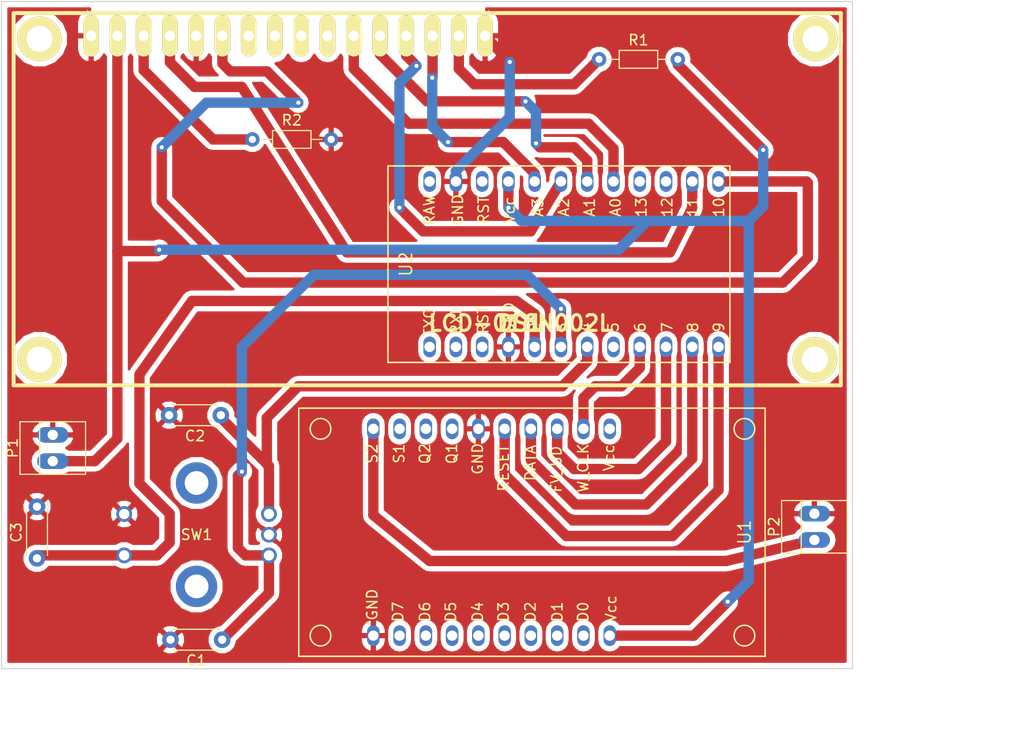
<source format=kicad_pcb>
(kicad_pcb (version 4) (host pcbnew 4.0.4-stable)

  (general
    (links 38)
    (no_connects 2)
    (area 107.093 67.132999 189.873001 132.29)
    (thickness 1.6)
    (drawings 6)
    (tracks 153)
    (zones 0)
    (modules 11)
    (nets 42)
  )

  (page A4)
  (layers
    (0 F.Cu signal)
    (31 B.Cu signal)
    (32 B.Adhes user)
    (33 F.Adhes user)
    (34 B.Paste user)
    (35 F.Paste user)
    (36 B.SilkS user)
    (37 F.SilkS user)
    (38 B.Mask user)
    (39 F.Mask user)
    (40 Dwgs.User user)
    (41 Cmts.User user)
    (42 Eco1.User user)
    (43 Eco2.User user)
    (44 Edge.Cuts user)
    (45 Margin user)
    (46 B.CrtYd user)
    (47 F.CrtYd user)
    (48 B.Fab user)
    (49 F.Fab user)
  )

  (setup
    (last_trace_width 1)
    (trace_clearance 0.5)
    (zone_clearance 0.508)
    (zone_45_only no)
    (trace_min 0.2)
    (segment_width 0.2)
    (edge_width 0.1)
    (via_size 0.6)
    (via_drill 0.4)
    (via_min_size 0.4)
    (via_min_drill 0.3)
    (uvia_size 0.3)
    (uvia_drill 0.1)
    (uvias_allowed no)
    (uvia_min_size 0.2)
    (uvia_min_drill 0.1)
    (pcb_text_width 0.3)
    (pcb_text_size 1.5 1.5)
    (mod_edge_width 0.15)
    (mod_text_size 1 1)
    (mod_text_width 0.15)
    (pad_size 1.5 1.5)
    (pad_drill 0.6)
    (pad_to_mask_clearance 0)
    (aux_axis_origin 0 0)
    (visible_elements 7FFFFFFF)
    (pcbplotparams
      (layerselection 0x00000_00000001)
      (usegerberextensions false)
      (excludeedgelayer true)
      (linewidth 0.100000)
      (plotframeref false)
      (viasonmask false)
      (mode 1)
      (useauxorigin false)
      (hpglpennumber 1)
      (hpglpenspeed 20)
      (hpglpendiameter 15)
      (hpglpenoverlay 2)
      (psnegative false)
      (psa4output false)
      (plotreference false)
      (plotvalue false)
      (plotinvisibletext false)
      (padsonsilk false)
      (subtractmaskfromsilk false)
      (outputformat 1)
      (mirror false)
      (drillshape 0)
      (scaleselection 1)
      (outputdirectory ""))
  )

  (net 0 "")
  (net 1 A)
  (net 2 GND)
  (net 3 B)
  (net 4 Pushbutton)
  (net 5 5V)
  (net 6 "Net-(DS1-Pad3)")
  (net 7 "Net-(DS1-Pad4)")
  (net 8 "Net-(DS1-Pad6)")
  (net 9 "Net-(DS1-Pad7)")
  (net 10 "Net-(DS1-Pad8)")
  (net 11 "Net-(DS1-Pad9)")
  (net 12 "Net-(DS1-Pad10)")
  (net 13 "Net-(DS1-Pad11)")
  (net 14 "Net-(DS1-Pad12)")
  (net 15 "Net-(DS1-Pad13)")
  (net 16 "Net-(DS1-Pad14)")
  (net 17 "Net-(DS1-Pad15)")
  (net 18 SignalOut)
  (net 19 "Net-(U1-Pad2)")
  (net 20 "Net-(U1-Pad12)")
  (net 21 "Net-(U1-Pad3)")
  (net 22 "Net-(U1-Pad13)")
  (net 23 "Net-(U1-Pad4)")
  (net 24 "Net-(U1-Pad14)")
  (net 25 "Net-(U1-Pad5)")
  (net 26 "Net-(U1-Pad15)")
  (net 27 "Net-(U1-Pad6)")
  (net 28 "Net-(U1-Pad7)")
  (net 29 "Net-(U1-Pad17)")
  (net 30 "Net-(U1-Pad8)")
  (net 31 "Net-(U1-Pad18)")
  (net 32 "Net-(U1-Pad9)")
  (net 33 "Net-(U1-Pad19)")
  (net 34 "Net-(U2-Pad24)")
  (net 35 "Net-(U2-Pad1)")
  (net 36 "Net-(U2-Pad2)")
  (net 37 "Net-(U2-Pad22)")
  (net 38 "Net-(U2-Pad3)")
  (net 39 "Net-(U2-Pad8)")
  (net 40 "Net-(U2-Pad16)")
  (net 41 "Net-(U2-Pad15)")

  (net_class Default "This is the default net class."
    (clearance 0.5)
    (trace_width 1)
    (via_dia 0.6)
    (via_drill 0.4)
    (uvia_dia 0.3)
    (uvia_drill 0.1)
    (add_net 5V)
    (add_net A)
    (add_net B)
    (add_net GND)
    (add_net "Net-(DS1-Pad10)")
    (add_net "Net-(DS1-Pad11)")
    (add_net "Net-(DS1-Pad12)")
    (add_net "Net-(DS1-Pad13)")
    (add_net "Net-(DS1-Pad14)")
    (add_net "Net-(DS1-Pad15)")
    (add_net "Net-(DS1-Pad3)")
    (add_net "Net-(DS1-Pad4)")
    (add_net "Net-(DS1-Pad6)")
    (add_net "Net-(DS1-Pad7)")
    (add_net "Net-(DS1-Pad8)")
    (add_net "Net-(DS1-Pad9)")
    (add_net "Net-(U1-Pad12)")
    (add_net "Net-(U1-Pad13)")
    (add_net "Net-(U1-Pad14)")
    (add_net "Net-(U1-Pad15)")
    (add_net "Net-(U1-Pad17)")
    (add_net "Net-(U1-Pad18)")
    (add_net "Net-(U1-Pad19)")
    (add_net "Net-(U1-Pad2)")
    (add_net "Net-(U1-Pad3)")
    (add_net "Net-(U1-Pad4)")
    (add_net "Net-(U1-Pad5)")
    (add_net "Net-(U1-Pad6)")
    (add_net "Net-(U1-Pad7)")
    (add_net "Net-(U1-Pad8)")
    (add_net "Net-(U1-Pad9)")
    (add_net "Net-(U2-Pad1)")
    (add_net "Net-(U2-Pad15)")
    (add_net "Net-(U2-Pad16)")
    (add_net "Net-(U2-Pad2)")
    (add_net "Net-(U2-Pad22)")
    (add_net "Net-(U2-Pad24)")
    (add_net "Net-(U2-Pad3)")
    (add_net "Net-(U2-Pad8)")
    (add_net Pushbutton)
    (add_net SignalOut)
  )

  (module myLibraryFootprints:Encoder_PEC11-4215F-S00 (layer F.Cu) (tedit 58A08C72) (tstamp 58A1EF9E)
    (at 130.175 118.745 90)
    (path /5890DE23)
    (fp_text reference SW1 (at 0 -4 180) (layer F.SilkS)
      (effects (font (size 1 1) (thickness 0.15)))
    )
    (fp_text value Control (at 8 -3 180) (layer F.Fab)
      (effects (font (size 1 1) (thickness 0.15)))
    )
    (pad 1 thru_hole circle (at -2 3 90) (size 1.524 1.524) (drill 1) (layers *.Cu *.Mask)
      (net 1 A))
    (pad 2 thru_hole circle (at 0 3 90) (size 1.524 1.524) (drill 1) (layers *.Cu *.Mask)
      (net 2 GND))
    (pad 3 thru_hole circle (at 2 3 90) (size 1.524 1.524) (drill 1) (layers *.Cu *.Mask)
      (net 3 B))
    (pad 6 thru_hole circle (at -5 -4 90) (size 4 4) (drill 2.3) (layers *.Cu *.Mask))
    (pad 7 thru_hole circle (at 5 -4 90) (size 4 4) (drill 2.3) (layers *.Cu *.Mask))
    (pad 5 thru_hole circle (at 2 -11 90) (size 1.524 1.524) (drill 1) (layers *.Cu *.Mask)
      (net 2 GND))
    (pad 4 thru_hole circle (at -2 -11 90) (size 1.524 1.524) (drill 1) (layers *.Cu *.Mask)
      (net 4 Pushbutton))
  )

  (module Capacitors_ThroughHole:C_Disc_D4.3mm_W1.9mm_P5.00mm (layer F.Cu) (tedit 58765D06) (tstamp 58A1EF05)
    (at 128.651 128.905 180)
    (descr "C, Disc series, Radial, pin pitch=5.00mm, , diameter*width=4.3*1.9mm^2, Capacitor, http://www.vishay.com/docs/45233/krseries.pdf")
    (tags "C Disc series Radial pin pitch 5.00mm  diameter 4.3mm width 1.9mm Capacitor")
    (path /5890F155)
    (fp_text reference C1 (at 2.5 -2.01 180) (layer F.SilkS)
      (effects (font (size 1 1) (thickness 0.15)))
    )
    (fp_text value C (at 2.5 2.01 180) (layer F.Fab)
      (effects (font (size 1 1) (thickness 0.15)))
    )
    (fp_line (start 0.35 -0.95) (end 0.35 0.95) (layer F.Fab) (width 0.1))
    (fp_line (start 0.35 0.95) (end 4.65 0.95) (layer F.Fab) (width 0.1))
    (fp_line (start 4.65 0.95) (end 4.65 -0.95) (layer F.Fab) (width 0.1))
    (fp_line (start 4.65 -0.95) (end 0.35 -0.95) (layer F.Fab) (width 0.1))
    (fp_line (start 0.29 -1.01) (end 4.71 -1.01) (layer F.SilkS) (width 0.12))
    (fp_line (start 0.29 1.01) (end 4.71 1.01) (layer F.SilkS) (width 0.12))
    (fp_line (start 0.29 -1.01) (end 0.29 -0.996) (layer F.SilkS) (width 0.12))
    (fp_line (start 0.29 0.996) (end 0.29 1.01) (layer F.SilkS) (width 0.12))
    (fp_line (start 4.71 -1.01) (end 4.71 -0.996) (layer F.SilkS) (width 0.12))
    (fp_line (start 4.71 0.996) (end 4.71 1.01) (layer F.SilkS) (width 0.12))
    (fp_line (start -1.05 -1.3) (end -1.05 1.3) (layer F.CrtYd) (width 0.05))
    (fp_line (start -1.05 1.3) (end 6.05 1.3) (layer F.CrtYd) (width 0.05))
    (fp_line (start 6.05 1.3) (end 6.05 -1.3) (layer F.CrtYd) (width 0.05))
    (fp_line (start 6.05 -1.3) (end -1.05 -1.3) (layer F.CrtYd) (width 0.05))
    (pad 1 thru_hole circle (at 0 0 180) (size 1.6 1.6) (drill 0.8) (layers *.Cu *.Mask)
      (net 1 A))
    (pad 2 thru_hole circle (at 5 0 180) (size 1.6 1.6) (drill 0.8) (layers *.Cu *.Mask)
      (net 2 GND))
    (model Capacitors_ThroughHole.3dshapes/C_Disc_D4.3mm_W1.9mm_P5.00mm.wrl
      (at (xyz 0 0 0))
      (scale (xyz 0.393701 0.393701 0.393701))
      (rotate (xyz 0 0 0))
    )
  )

  (module Capacitors_ThroughHole:C_Disc_D4.3mm_W1.9mm_P5.00mm (layer F.Cu) (tedit 58765D06) (tstamp 58A1EF19)
    (at 128.524 107.188 180)
    (descr "C, Disc series, Radial, pin pitch=5.00mm, , diameter*width=4.3*1.9mm^2, Capacitor, http://www.vishay.com/docs/45233/krseries.pdf")
    (tags "C Disc series Radial pin pitch 5.00mm  diameter 4.3mm width 1.9mm Capacitor")
    (path /5890F092)
    (fp_text reference C2 (at 2.5 -2.01 180) (layer F.SilkS)
      (effects (font (size 1 1) (thickness 0.15)))
    )
    (fp_text value C (at 2.5 2.01 180) (layer F.Fab)
      (effects (font (size 1 1) (thickness 0.15)))
    )
    (fp_line (start 0.35 -0.95) (end 0.35 0.95) (layer F.Fab) (width 0.1))
    (fp_line (start 0.35 0.95) (end 4.65 0.95) (layer F.Fab) (width 0.1))
    (fp_line (start 4.65 0.95) (end 4.65 -0.95) (layer F.Fab) (width 0.1))
    (fp_line (start 4.65 -0.95) (end 0.35 -0.95) (layer F.Fab) (width 0.1))
    (fp_line (start 0.29 -1.01) (end 4.71 -1.01) (layer F.SilkS) (width 0.12))
    (fp_line (start 0.29 1.01) (end 4.71 1.01) (layer F.SilkS) (width 0.12))
    (fp_line (start 0.29 -1.01) (end 0.29 -0.996) (layer F.SilkS) (width 0.12))
    (fp_line (start 0.29 0.996) (end 0.29 1.01) (layer F.SilkS) (width 0.12))
    (fp_line (start 4.71 -1.01) (end 4.71 -0.996) (layer F.SilkS) (width 0.12))
    (fp_line (start 4.71 0.996) (end 4.71 1.01) (layer F.SilkS) (width 0.12))
    (fp_line (start -1.05 -1.3) (end -1.05 1.3) (layer F.CrtYd) (width 0.05))
    (fp_line (start -1.05 1.3) (end 6.05 1.3) (layer F.CrtYd) (width 0.05))
    (fp_line (start 6.05 1.3) (end 6.05 -1.3) (layer F.CrtYd) (width 0.05))
    (fp_line (start 6.05 -1.3) (end -1.05 -1.3) (layer F.CrtYd) (width 0.05))
    (pad 1 thru_hole circle (at 0 0 180) (size 1.6 1.6) (drill 0.8) (layers *.Cu *.Mask)
      (net 3 B))
    (pad 2 thru_hole circle (at 5 0 180) (size 1.6 1.6) (drill 0.8) (layers *.Cu *.Mask)
      (net 2 GND))
    (model Capacitors_ThroughHole.3dshapes/C_Disc_D4.3mm_W1.9mm_P5.00mm.wrl
      (at (xyz 0 0 0))
      (scale (xyz 0.393701 0.393701 0.393701))
      (rotate (xyz 0 0 0))
    )
  )

  (module Capacitors_ThroughHole:C_Disc_D4.3mm_W1.9mm_P5.00mm (layer F.Cu) (tedit 58765D06) (tstamp 58A1EF2D)
    (at 110.744 121.031 90)
    (descr "C, Disc series, Radial, pin pitch=5.00mm, , diameter*width=4.3*1.9mm^2, Capacitor, http://www.vishay.com/docs/45233/krseries.pdf")
    (tags "C Disc series Radial pin pitch 5.00mm  diameter 4.3mm width 1.9mm Capacitor")
    (path /5890F0DF)
    (fp_text reference C3 (at 2.5 -2.01 90) (layer F.SilkS)
      (effects (font (size 1 1) (thickness 0.15)))
    )
    (fp_text value C (at 2.5 2.01 90) (layer F.Fab)
      (effects (font (size 1 1) (thickness 0.15)))
    )
    (fp_line (start 0.35 -0.95) (end 0.35 0.95) (layer F.Fab) (width 0.1))
    (fp_line (start 0.35 0.95) (end 4.65 0.95) (layer F.Fab) (width 0.1))
    (fp_line (start 4.65 0.95) (end 4.65 -0.95) (layer F.Fab) (width 0.1))
    (fp_line (start 4.65 -0.95) (end 0.35 -0.95) (layer F.Fab) (width 0.1))
    (fp_line (start 0.29 -1.01) (end 4.71 -1.01) (layer F.SilkS) (width 0.12))
    (fp_line (start 0.29 1.01) (end 4.71 1.01) (layer F.SilkS) (width 0.12))
    (fp_line (start 0.29 -1.01) (end 0.29 -0.996) (layer F.SilkS) (width 0.12))
    (fp_line (start 0.29 0.996) (end 0.29 1.01) (layer F.SilkS) (width 0.12))
    (fp_line (start 4.71 -1.01) (end 4.71 -0.996) (layer F.SilkS) (width 0.12))
    (fp_line (start 4.71 0.996) (end 4.71 1.01) (layer F.SilkS) (width 0.12))
    (fp_line (start -1.05 -1.3) (end -1.05 1.3) (layer F.CrtYd) (width 0.05))
    (fp_line (start -1.05 1.3) (end 6.05 1.3) (layer F.CrtYd) (width 0.05))
    (fp_line (start 6.05 1.3) (end 6.05 -1.3) (layer F.CrtYd) (width 0.05))
    (fp_line (start 6.05 -1.3) (end -1.05 -1.3) (layer F.CrtYd) (width 0.05))
    (pad 1 thru_hole circle (at 0 0 90) (size 1.6 1.6) (drill 0.8) (layers *.Cu *.Mask)
      (net 4 Pushbutton))
    (pad 2 thru_hole circle (at 5 0 90) (size 1.6 1.6) (drill 0.8) (layers *.Cu *.Mask)
      (net 2 GND))
    (model Capacitors_ThroughHole.3dshapes/C_Disc_D4.3mm_W1.9mm_P5.00mm.wrl
      (at (xyz 0 0 0))
      (scale (xyz 0.393701 0.393701 0.393701))
      (rotate (xyz 0 0 0))
    )
  )

  (module myLibraryFootprints:LCD-16x2 (layer F.Cu) (tedit 4CE13F0B) (tstamp 58A1EF49)
    (at 157.48 98.298)
    (path /5890DDED)
    (fp_text reference DS1 (at 0 0) (layer F.SilkS)
      (effects (font (thickness 0.3048)))
    )
    (fp_text value LCD-016N002L (at 0 0) (layer F.SilkS)
      (effects (font (thickness 0.3048)))
    )
    (fp_line (start 31.0007 -29.99994) (end 31.0007 5.99948) (layer F.SilkS) (width 0.381))
    (fp_line (start 31.0007 5.99948) (end -48.99914 5.99948) (layer F.SilkS) (width 0.381))
    (fp_line (start -48.99914 5.99948) (end -48.99914 -29.99994) (layer F.SilkS) (width 0.381))
    (fp_line (start -48.99914 -29.99994) (end 31.0007 -29.99994) (layer F.SilkS) (width 0.381))
    (pad "" thru_hole circle (at -46.49978 -27.50058) (size 4.30022 4.30022) (drill 2.49936) (layers *.Cu *.Mask F.SilkS))
    (pad "" thru_hole circle (at 28.5496 -27.50058) (size 4.30022 4.30022) (drill 2.49936) (layers *.Cu *.Mask F.SilkS))
    (pad "" thru_hole circle (at 28.4988 3.50012) (size 4.30022 4.30022) (drill 2.49936) (layers *.Cu *.Mask F.SilkS))
    (pad "" thru_hole circle (at -46.49978 3.50012) (size 4.30022 4.30022) (drill 2.49936) (layers *.Cu *.Mask F.SilkS))
    (pad 1 thru_hole oval (at -41.50106 -27.8003) (size 1.50114 4.0005) (drill 1.00076) (layers *.Cu *.Mask F.SilkS)
      (net 2 GND))
    (pad 2 thru_hole oval (at -38.96106 -27.8003) (size 1.50114 4.0005) (drill 1.00076) (layers *.Cu *.Mask F.SilkS)
      (net 5 5V))
    (pad 3 thru_hole oval (at -36.42106 -27.8003) (size 1.50114 4.0005) (drill 1.00076) (layers *.Cu *.Mask F.SilkS)
      (net 6 "Net-(DS1-Pad3)"))
    (pad 4 thru_hole oval (at -33.88106 -27.8003) (size 1.50114 4.0005) (drill 1.00076) (layers *.Cu *.Mask F.SilkS)
      (net 7 "Net-(DS1-Pad4)"))
    (pad 5 thru_hole oval (at -31.34106 -27.8003) (size 1.50114 4.0005) (drill 1.00076) (layers *.Cu *.Mask F.SilkS)
      (net 2 GND))
    (pad 6 thru_hole oval (at -28.80106 -27.8003) (size 1.50114 4.0005) (drill 1.00076) (layers *.Cu *.Mask F.SilkS)
      (net 8 "Net-(DS1-Pad6)"))
    (pad 7 thru_hole oval (at -26.26106 -27.8003) (size 1.50114 4.0005) (drill 1.00076) (layers *.Cu *.Mask F.SilkS)
      (net 9 "Net-(DS1-Pad7)"))
    (pad 8 thru_hole oval (at -23.72106 -27.8003) (size 1.50114 4.0005) (drill 1.00076) (layers *.Cu *.Mask F.SilkS)
      (net 10 "Net-(DS1-Pad8)"))
    (pad 9 thru_hole oval (at -21.18106 -27.8003) (size 1.50114 4.0005) (drill 1.00076) (layers *.Cu *.Mask F.SilkS)
      (net 11 "Net-(DS1-Pad9)"))
    (pad 10 thru_hole oval (at -18.64106 -27.8003) (size 1.50114 4.0005) (drill 1.00076) (layers *.Cu *.Mask F.SilkS)
      (net 12 "Net-(DS1-Pad10)"))
    (pad 11 thru_hole oval (at -16.10106 -27.8003) (size 1.50114 4.0005) (drill 1.00076) (layers *.Cu *.Mask F.SilkS)
      (net 13 "Net-(DS1-Pad11)"))
    (pad 12 thru_hole oval (at -13.56106 -27.8003) (size 1.50114 4.0005) (drill 1.00076) (layers *.Cu *.Mask F.SilkS)
      (net 14 "Net-(DS1-Pad12)"))
    (pad 13 thru_hole oval (at -11.02106 -27.8003) (size 1.50114 4.0005) (drill 1.00076) (layers *.Cu *.Mask F.SilkS)
      (net 15 "Net-(DS1-Pad13)"))
    (pad 14 thru_hole oval (at -8.48106 -27.8003) (size 1.50114 4.0005) (drill 1.00076) (layers *.Cu *.Mask F.SilkS)
      (net 16 "Net-(DS1-Pad14)"))
    (pad 15 thru_hole oval (at -5.94106 -27.8003) (size 1.50114 4.0005) (drill 1.00076) (layers *.Cu *.Mask F.SilkS)
      (net 17 "Net-(DS1-Pad15)"))
    (pad 16 thru_hole oval (at -3.40106 -27.8003) (size 1.50114 4.0005) (drill 1.00076) (layers *.Cu *.Mask F.SilkS)
      (net 2 GND))
  )

  (module Connect:PINHEAD1-2 (layer F.Cu) (tedit 0) (tstamp 58A1EF58)
    (at 112.268 111.633 90)
    (path /5892A8F5)
    (fp_text reference P1 (at 1.27 -3.9 90) (layer F.SilkS)
      (effects (font (size 1 1) (thickness 0.15)))
    )
    (fp_text value CONN_01X02 (at 1.27 3.81 90) (layer F.Fab)
      (effects (font (size 1 1) (thickness 0.15)))
    )
    (fp_line (start 3.81 -1.27) (end -1.27 -1.27) (layer F.SilkS) (width 0.12))
    (fp_line (start 3.81 3.17) (end -1.27 3.17) (layer F.SilkS) (width 0.12))
    (fp_line (start -1.27 -3.17) (end 3.81 -3.17) (layer F.SilkS) (width 0.12))
    (fp_line (start -1.27 -3.17) (end -1.27 3.17) (layer F.SilkS) (width 0.12))
    (fp_line (start 3.81 -3.17) (end 3.81 3.17) (layer F.SilkS) (width 0.12))
    (fp_line (start -1.52 -3.42) (end 4.06 -3.42) (layer F.CrtYd) (width 0.05))
    (fp_line (start -1.52 -3.42) (end -1.52 3.42) (layer F.CrtYd) (width 0.05))
    (fp_line (start 4.06 3.42) (end 4.06 -3.42) (layer F.CrtYd) (width 0.05))
    (fp_line (start 4.06 3.42) (end -1.52 3.42) (layer F.CrtYd) (width 0.05))
    (pad 1 thru_hole oval (at 0 0 90) (size 1.51 3.01) (drill 1) (layers *.Cu *.Mask)
      (net 5 5V))
    (pad 2 thru_hole oval (at 2.54 0 90) (size 1.51 3.01) (drill 1) (layers *.Cu *.Mask)
      (net 2 GND))
  )

  (module Connect:PINHEAD1-2 (layer F.Cu) (tedit 58A1F587) (tstamp 58A1EF67)
    (at 185.928 119.253 90)
    (path /58977BCB)
    (fp_text reference P2 (at 1.27 -3.9 90) (layer F.SilkS)
      (effects (font (size 1 1) (thickness 0.15)))
    )
    (fp_text value CONN_01X02 (at -6.35 2.159 90) (layer F.Fab)
      (effects (font (size 1 1) (thickness 0.15)))
    )
    (fp_line (start 3.81 -1.27) (end -1.27 -1.27) (layer F.SilkS) (width 0.12))
    (fp_line (start 3.81 3.17) (end -1.27 3.17) (layer F.SilkS) (width 0.12))
    (fp_line (start -1.27 -3.17) (end 3.81 -3.17) (layer F.SilkS) (width 0.12))
    (fp_line (start -1.27 -3.17) (end -1.27 3.17) (layer F.SilkS) (width 0.12))
    (fp_line (start 3.81 -3.17) (end 3.81 3.17) (layer F.SilkS) (width 0.12))
    (fp_line (start -1.52 -3.42) (end 4.06 -3.42) (layer F.CrtYd) (width 0.05))
    (fp_line (start -1.52 -3.42) (end -1.52 3.42) (layer F.CrtYd) (width 0.05))
    (fp_line (start 4.06 3.42) (end 4.06 -3.42) (layer F.CrtYd) (width 0.05))
    (fp_line (start 4.06 3.42) (end -1.52 3.42) (layer F.CrtYd) (width 0.05))
    (pad 1 thru_hole oval (at 0 0 90) (size 1.51 3.01) (drill 1) (layers *.Cu *.Mask)
      (net 18 SignalOut))
    (pad 2 thru_hole oval (at 2.54 0 90) (size 1.51 3.01) (drill 1) (layers *.Cu *.Mask)
      (net 2 GND))
  )

  (module Resistors_ThroughHole:R_Axial_DIN0204_L3.6mm_D1.6mm_P7.62mm_Horizontal (layer F.Cu) (tedit 5874F706) (tstamp 58A1EF7D)
    (at 165.1 72.771)
    (descr "Resistor, Axial_DIN0204 series, Axial, Horizontal, pin pitch=7.62mm, 0.16666666666666666W = 1/6W, length*diameter=3.6*1.6mm^2, http://cdn-reichelt.de/documents/datenblatt/B400/1_4W%23YAG.pdf")
    (tags "Resistor Axial_DIN0204 series Axial Horizontal pin pitch 7.62mm 0.16666666666666666W = 1/6W length 3.6mm diameter 1.6mm")
    (path /5890F2C6)
    (fp_text reference R1 (at 3.81 -1.86) (layer F.SilkS)
      (effects (font (size 1 1) (thickness 0.15)))
    )
    (fp_text value R (at 3.81 1.86) (layer F.Fab)
      (effects (font (size 1 1) (thickness 0.15)))
    )
    (fp_line (start 2.01 -0.8) (end 2.01 0.8) (layer F.Fab) (width 0.1))
    (fp_line (start 2.01 0.8) (end 5.61 0.8) (layer F.Fab) (width 0.1))
    (fp_line (start 5.61 0.8) (end 5.61 -0.8) (layer F.Fab) (width 0.1))
    (fp_line (start 5.61 -0.8) (end 2.01 -0.8) (layer F.Fab) (width 0.1))
    (fp_line (start 0 0) (end 2.01 0) (layer F.Fab) (width 0.1))
    (fp_line (start 7.62 0) (end 5.61 0) (layer F.Fab) (width 0.1))
    (fp_line (start 1.95 -0.86) (end 1.95 0.86) (layer F.SilkS) (width 0.12))
    (fp_line (start 1.95 0.86) (end 5.67 0.86) (layer F.SilkS) (width 0.12))
    (fp_line (start 5.67 0.86) (end 5.67 -0.86) (layer F.SilkS) (width 0.12))
    (fp_line (start 5.67 -0.86) (end 1.95 -0.86) (layer F.SilkS) (width 0.12))
    (fp_line (start 0.88 0) (end 1.95 0) (layer F.SilkS) (width 0.12))
    (fp_line (start 6.74 0) (end 5.67 0) (layer F.SilkS) (width 0.12))
    (fp_line (start -0.95 -1.15) (end -0.95 1.15) (layer F.CrtYd) (width 0.05))
    (fp_line (start -0.95 1.15) (end 8.6 1.15) (layer F.CrtYd) (width 0.05))
    (fp_line (start 8.6 1.15) (end 8.6 -1.15) (layer F.CrtYd) (width 0.05))
    (fp_line (start 8.6 -1.15) (end -0.95 -1.15) (layer F.CrtYd) (width 0.05))
    (pad 1 thru_hole circle (at 0 0) (size 1.4 1.4) (drill 0.7) (layers *.Cu *.Mask)
      (net 17 "Net-(DS1-Pad15)"))
    (pad 2 thru_hole oval (at 7.62 0) (size 1.4 1.4) (drill 0.7) (layers *.Cu *.Mask)
      (net 5 5V))
    (model Resistors_ThroughHole.3dshapes/R_Axial_DIN0204_L3.6mm_D1.6mm_P7.62mm_Horizontal.wrl
      (at (xyz 0 0 0))
      (scale (xyz 0.393701 0.393701 0.393701))
      (rotate (xyz 0 0 0))
    )
  )

  (module Resistors_ThroughHole:R_Axial_DIN0204_L3.6mm_D1.6mm_P7.62mm_Horizontal (layer F.Cu) (tedit 5874F706) (tstamp 58A1EF93)
    (at 131.572 80.518)
    (descr "Resistor, Axial_DIN0204 series, Axial, Horizontal, pin pitch=7.62mm, 0.16666666666666666W = 1/6W, length*diameter=3.6*1.6mm^2, http://cdn-reichelt.de/documents/datenblatt/B400/1_4W%23YAG.pdf")
    (tags "Resistor Axial_DIN0204 series Axial Horizontal pin pitch 7.62mm 0.16666666666666666W = 1/6W length 3.6mm diameter 1.6mm")
    (path /5890F317)
    (fp_text reference R2 (at 3.81 -1.86) (layer F.SilkS)
      (effects (font (size 1 1) (thickness 0.15)))
    )
    (fp_text value R (at 3.81 1.86) (layer F.Fab)
      (effects (font (size 1 1) (thickness 0.15)))
    )
    (fp_line (start 2.01 -0.8) (end 2.01 0.8) (layer F.Fab) (width 0.1))
    (fp_line (start 2.01 0.8) (end 5.61 0.8) (layer F.Fab) (width 0.1))
    (fp_line (start 5.61 0.8) (end 5.61 -0.8) (layer F.Fab) (width 0.1))
    (fp_line (start 5.61 -0.8) (end 2.01 -0.8) (layer F.Fab) (width 0.1))
    (fp_line (start 0 0) (end 2.01 0) (layer F.Fab) (width 0.1))
    (fp_line (start 7.62 0) (end 5.61 0) (layer F.Fab) (width 0.1))
    (fp_line (start 1.95 -0.86) (end 1.95 0.86) (layer F.SilkS) (width 0.12))
    (fp_line (start 1.95 0.86) (end 5.67 0.86) (layer F.SilkS) (width 0.12))
    (fp_line (start 5.67 0.86) (end 5.67 -0.86) (layer F.SilkS) (width 0.12))
    (fp_line (start 5.67 -0.86) (end 1.95 -0.86) (layer F.SilkS) (width 0.12))
    (fp_line (start 0.88 0) (end 1.95 0) (layer F.SilkS) (width 0.12))
    (fp_line (start 6.74 0) (end 5.67 0) (layer F.SilkS) (width 0.12))
    (fp_line (start -0.95 -1.15) (end -0.95 1.15) (layer F.CrtYd) (width 0.05))
    (fp_line (start -0.95 1.15) (end 8.6 1.15) (layer F.CrtYd) (width 0.05))
    (fp_line (start 8.6 1.15) (end 8.6 -1.15) (layer F.CrtYd) (width 0.05))
    (fp_line (start 8.6 -1.15) (end -0.95 -1.15) (layer F.CrtYd) (width 0.05))
    (pad 1 thru_hole circle (at 0 0) (size 1.4 1.4) (drill 0.7) (layers *.Cu *.Mask)
      (net 6 "Net-(DS1-Pad3)"))
    (pad 2 thru_hole oval (at 7.62 0) (size 1.4 1.4) (drill 0.7) (layers *.Cu *.Mask)
      (net 2 GND))
    (model Resistors_ThroughHole.3dshapes/R_Axial_DIN0204_L3.6mm_D1.6mm_P7.62mm_Horizontal.wrl
      (at (xyz 0 0 0))
      (scale (xyz 0.393701 0.393701 0.393701))
      (rotate (xyz 0 0 0))
    )
  )

  (module myLibraryFootprints:AD9850_BreakoutBoard (layer F.Cu) (tedit 5897621E) (tstamp 58A1EFD2)
    (at 153.162 119.507 180)
    (path /5890D7A7)
    (fp_text reference U1 (at -26 1 270) (layer F.SilkS)
      (effects (font (size 1.2 1.2) (thickness 0.15)))
    )
    (fp_text value AD9850_BreakOut (at -20 1 270) (layer F.Fab)
      (effects (font (size 1.2 1.2) (thickness 0.15)))
    )
    (fp_line (start -28 13) (end 17 13) (layer F.SilkS) (width 0.15))
    (fp_line (start 17.1 -11) (end -28.01 -11) (layer F.SilkS) (width 0.15))
    (fp_text user GND (at 10 -6 270) (layer F.SilkS)
      (effects (font (size 1 1) (thickness 0.15)))
    )
    (fp_text user D7 (at 7.5 -6.7 270) (layer F.SilkS)
      (effects (font (size 1 1) (thickness 0.15)))
    )
    (fp_text user D6 (at 4.9 -6.7 270) (layer F.SilkS)
      (effects (font (size 1 1) (thickness 0.15)))
    )
    (fp_text user D5 (at 2.4 -6.7 270) (layer F.SilkS)
      (effects (font (size 1 1) (thickness 0.15)))
    )
    (fp_text user D4 (at -0.2 -6.7 270) (layer F.SilkS)
      (effects (font (size 1 1) (thickness 0.15)))
    )
    (fp_text user D3 (at -2.7 -6.7 270) (layer F.SilkS)
      (effects (font (size 1 1) (thickness 0.15)))
    )
    (fp_text user D2 (at -5.3 -6.7 270) (layer F.SilkS)
      (effects (font (size 1 1) (thickness 0.15)))
    )
    (fp_text user D1 (at -7.9 -6.7 270) (layer F.SilkS)
      (effects (font (size 1 1) (thickness 0.15)))
    )
    (fp_text user D0 (at -10.4 -6.7 270) (layer F.SilkS)
      (effects (font (size 1 1) (thickness 0.15)))
    )
    (fp_text user Vcc (at -13.1 -6.4 270) (layer F.SilkS)
      (effects (font (size 1 1) (thickness 0.15)))
    )
    (fp_text user S2 (at 10 8.6 270) (layer F.SilkS)
      (effects (font (size 1 1) (thickness 0.15)))
    )
    (fp_text user S1 (at 7.4 8.6 270) (layer F.SilkS)
      (effects (font (size 1 1) (thickness 0.15)))
    )
    (fp_text user Q2 (at 4.9 8.6 270) (layer F.SilkS)
      (effects (font (size 1 1) (thickness 0.15)))
    )
    (fp_text user Q1 (at 2.3 8.6 270) (layer F.SilkS)
      (effects (font (size 1 1) (thickness 0.15)))
    )
    (fp_text user GND (at -0.2 8.1 270) (layer F.SilkS)
      (effects (font (size 1 1) (thickness 0.15)))
    )
    (fp_text user RESET (at -2.7 7.2 270) (layer F.SilkS)
      (effects (font (size 1 1) (thickness 0.15)))
    )
    (fp_text user DATA (at -5.3 7.7 270) (layer F.SilkS)
      (effects (font (size 1 1) (thickness 0.15)))
    )
    (fp_text user FV_UD (at -7.8 7.1 270) (layer F.SilkS)
      (effects (font (size 1 1) (thickness 0.15)))
    )
    (fp_text user W_CLK (at -10.4 7.2 270) (layer F.SilkS)
      (effects (font (size 1 1) (thickness 0.15)))
    )
    (fp_text user Vcc (at -12.9 8.2 270) (layer F.SilkS)
      (effects (font (size 1 1) (thickness 0.15)))
    )
    (fp_circle (center -26 -9) (end -26 -10) (layer F.SilkS) (width 0.15))
    (fp_circle (center -26 11) (end -26 10) (layer F.SilkS) (width 0.15))
    (fp_circle (center 15 11) (end 14 11) (layer F.SilkS) (width 0.15))
    (fp_circle (center 15 -9) (end 15 -8) (layer F.SilkS) (width 0.15))
    (fp_line (start -28 -11) (end -28 13) (layer F.SilkS) (width 0.15))
    (fp_line (start 17.1 13) (end 17.1 -11) (layer F.SilkS) (width 0.15))
    (pad 1 thru_hole oval (at -12.97 -9 180) (size 1.2 2) (drill 1) (layers *.Cu *.Mask)
      (net 5 5V))
    (pad 11 thru_hole oval (at -12.97 11 180) (size 1.2 2) (drill 1) (layers *.Cu *.Mask)
      (net 5 5V))
    (pad 2 thru_hole oval (at -10.43 -9 180) (size 1.2 2) (drill 1) (layers *.Cu *.Mask)
      (net 19 "Net-(U1-Pad2)"))
    (pad 12 thru_hole oval (at -10.43 11 180) (size 1.2 2) (drill 1) (layers *.Cu *.Mask)
      (net 20 "Net-(U1-Pad12)"))
    (pad 3 thru_hole oval (at -7.89 -9 180) (size 1.2 2) (drill 1) (layers *.Cu *.Mask)
      (net 21 "Net-(U1-Pad3)"))
    (pad 13 thru_hole oval (at -7.89 11 180) (size 1.2 2) (drill 1) (layers *.Cu *.Mask)
      (net 22 "Net-(U1-Pad13)"))
    (pad 4 thru_hole oval (at -5.35 -9 180) (size 1.2 2) (drill 1) (layers *.Cu *.Mask)
      (net 23 "Net-(U1-Pad4)"))
    (pad 14 thru_hole oval (at -5.35 11 180) (size 1.2 2) (drill 1) (layers *.Cu *.Mask)
      (net 24 "Net-(U1-Pad14)"))
    (pad 5 thru_hole oval (at -2.81 -9 180) (size 1.2 2) (drill 1) (layers *.Cu *.Mask)
      (net 25 "Net-(U1-Pad5)"))
    (pad 15 thru_hole oval (at -2.81 11 180) (size 1.2 2) (drill 1) (layers *.Cu *.Mask)
      (net 26 "Net-(U1-Pad15)"))
    (pad 6 thru_hole oval (at -0.27 -9 180) (size 1.2 2) (drill 1) (layers *.Cu *.Mask)
      (net 27 "Net-(U1-Pad6)"))
    (pad 16 thru_hole oval (at -0.27 11 180) (size 1.2 2) (drill 1) (layers *.Cu *.Mask)
      (net 2 GND))
    (pad 7 thru_hole oval (at 2.27 -9 180) (size 1.2 2) (drill 1) (layers *.Cu *.Mask)
      (net 28 "Net-(U1-Pad7)"))
    (pad 17 thru_hole oval (at 2.27 11 180) (size 1.2 2) (drill 1) (layers *.Cu *.Mask)
      (net 29 "Net-(U1-Pad17)"))
    (pad 8 thru_hole oval (at 4.81 -9 180) (size 1.2 2) (drill 1) (layers *.Cu *.Mask)
      (net 30 "Net-(U1-Pad8)"))
    (pad 18 thru_hole oval (at 4.81 11 180) (size 1.2 2) (drill 1) (layers *.Cu *.Mask)
      (net 31 "Net-(U1-Pad18)"))
    (pad 9 thru_hole oval (at 7.35 -9 180) (size 1.2 2) (drill 1) (layers *.Cu *.Mask)
      (net 32 "Net-(U1-Pad9)"))
    (pad 19 thru_hole oval (at 7.35 11 180) (size 1.2 2) (drill 1) (layers *.Cu *.Mask)
      (net 33 "Net-(U1-Pad19)"))
    (pad 10 thru_hole oval (at 9.89 -9 180) (size 1.2 2) (drill 1) (layers *.Cu *.Mask)
      (net 2 GND))
    (pad 20 thru_hole oval (at 9.89 11 180) (size 1.2 2) (drill 1) (layers *.Cu *.Mask)
      (net 18 SignalOut))
  )

  (module myLibraryFootprints:ArduinoPro_Mini (layer F.Cu) (tedit 5896156D) (tstamp 58A1F00C)
    (at 162.687 92.583)
    (path /5890DDC8)
    (fp_text reference U2 (at -16.27 0 90) (layer F.SilkS)
      (effects (font (size 1.2 1.2) (thickness 0.15)))
    )
    (fp_text value ArduinoProClone (at 1 0) (layer F.Fab)
      (effects (font (size 1.2 1.2) (thickness 0.15)))
    )
    (fp_text user RAW (at -14 -5.25 90) (layer F.SilkS)
      (effects (font (size 1 1) (thickness 0.15)))
    )
    (fp_text user GND (at -11.25 -5.25 90) (layer F.SilkS)
      (effects (font (size 1 1) (thickness 0.15)))
    )
    (fp_text user RST (at -8.75 -5.25 90) (layer F.SilkS)
      (effects (font (size 1 1) (thickness 0.15)))
    )
    (fp_text user Vcc (at -6.25 -5.25 90) (layer F.SilkS)
      (effects (font (size 1 1) (thickness 0.15)))
    )
    (fp_text user A3 (at -3.5 -5.5 90) (layer F.SilkS)
      (effects (font (size 1 1) (thickness 0.15)))
    )
    (fp_text user A2 (at -1 -5.5 90) (layer F.SilkS)
      (effects (font (size 1 1) (thickness 0.15)))
    )
    (fp_text user A1 (at 1.5 -5.5 90) (layer F.SilkS)
      (effects (font (size 1 1) (thickness 0.15)))
    )
    (fp_text user A0 (at 4 -5.5 90) (layer F.SilkS)
      (effects (font (size 1 1) (thickness 0.15)))
    )
    (fp_text user 13 (at 6.5 -5.5 90) (layer F.SilkS)
      (effects (font (size 1 1) (thickness 0.15)))
    )
    (fp_text user 12 (at 9 -5.5 90) (layer F.SilkS)
      (effects (font (size 1 1) (thickness 0.15)))
    )
    (fp_text user 11 (at 11.5 -5.5 90) (layer F.SilkS)
      (effects (font (size 1 1) (thickness 0.15)))
    )
    (fp_text user 10 (at 14 -5.5 90) (layer F.SilkS)
      (effects (font (size 1 1) (thickness 0.15)))
    )
    (fp_text user TXO (at -14 5.6 90) (layer F.SilkS)
      (effects (font (size 1 1) (thickness 0.15)))
    )
    (fp_text user RXI (at -11.4 5.6 90) (layer F.SilkS)
      (effects (font (size 1 1) (thickness 0.15)))
    )
    (fp_text user RST (at -8.8 5.4 90) (layer F.SilkS)
      (effects (font (size 1 1) (thickness 0.15)))
    )
    (fp_text user GND (at -6.3 5.2 90) (layer F.SilkS)
      (effects (font (size 1 1) (thickness 0.15)))
    )
    (fp_text user 2 (at -3.8 6.1 270) (layer F.SilkS)
      (effects (font (size 1 1) (thickness 0.15)))
    )
    (fp_text user 3 (at -1.1 6.1 270) (layer F.SilkS)
      (effects (font (size 1 1) (thickness 0.15)))
    )
    (fp_text user 4 (at 1.2 6.1 90) (layer F.SilkS)
      (effects (font (size 1 1) (thickness 0.15)))
    )
    (fp_text user 5 (at 3.8 6.1 90) (layer F.SilkS)
      (effects (font (size 1 1) (thickness 0.15)))
    )
    (fp_text user 6 (at 6.4 6.1 90) (layer F.SilkS)
      (effects (font (size 1 1) (thickness 0.15)))
    )
    (fp_text user 7 (at 9 6.1 90) (layer F.SilkS)
      (effects (font (size 1 1) (thickness 0.15)))
    )
    (fp_text user 8 (at 11.5 6.1 90) (layer F.SilkS)
      (effects (font (size 1 1) (thickness 0.15)))
    )
    (fp_text user 9 (at 14 6.1 90) (layer F.SilkS)
      (effects (font (size 1 1) (thickness 0.15)))
    )
    (fp_line (start -15 -9.5) (end -18 -9.5) (layer F.SilkS) (width 0.15))
    (fp_line (start -18 -9.5) (end -18 9.5) (layer F.SilkS) (width 0.15))
    (fp_line (start -18 9.5) (end -15 9.5) (layer F.SilkS) (width 0.15))
    (fp_line (start -15.07 9.5) (end 15.07 9.5) (layer F.SilkS) (width 0.15))
    (fp_line (start 15.07 9.5) (end 15.07 -9.5) (layer F.SilkS) (width 0.15))
    (fp_line (start 15.07 -9.5) (end -15.07 -9.5) (layer F.SilkS) (width 0.15))
    (pad 24 thru_hole oval (at -13.97 -8) (size 1.2 2) (drill 1) (layers *.Cu *.Mask)
      (net 34 "Net-(U2-Pad24)"))
    (pad 1 thru_hole oval (at -13.97 8) (size 1.2 2) (drill 1) (layers *.Cu *.Mask)
      (net 35 "Net-(U2-Pad1)"))
    (pad 23 thru_hole oval (at -11.43 -8) (size 1.2 2) (drill 1) (layers *.Cu *.Mask)
      (net 2 GND))
    (pad 2 thru_hole oval (at -11.43 8) (size 1.2 2) (drill 1) (layers *.Cu *.Mask)
      (net 36 "Net-(U2-Pad2)"))
    (pad 22 thru_hole oval (at -8.89 -8) (size 1.2 2) (drill 1) (layers *.Cu *.Mask)
      (net 37 "Net-(U2-Pad22)"))
    (pad 3 thru_hole oval (at -8.89 8) (size 1.2 2) (drill 1) (layers *.Cu *.Mask)
      (net 38 "Net-(U2-Pad3)"))
    (pad 21 thru_hole oval (at -6.35 -8) (size 1.2 2) (drill 1) (layers *.Cu *.Mask)
      (net 5 5V))
    (pad 4 thru_hole oval (at -6.35 8) (size 1.2 2) (drill 1) (layers *.Cu *.Mask)
      (net 2 GND))
    (pad 20 thru_hole oval (at -3.81 -8) (size 1.2 2) (drill 1) (layers *.Cu *.Mask)
      (net 16 "Net-(DS1-Pad14)"))
    (pad 5 thru_hole oval (at -3.81 8) (size 1.2 2) (drill 1) (layers *.Cu *.Mask)
      (net 4 Pushbutton))
    (pad 19 thru_hole oval (at -1.27 -8) (size 1.2 2) (drill 1) (layers *.Cu *.Mask)
      (net 15 "Net-(DS1-Pad13)"))
    (pad 6 thru_hole oval (at -1.27 8) (size 1.2 2) (drill 1) (layers *.Cu *.Mask)
      (net 1 A))
    (pad 18 thru_hole oval (at 1.27 -8) (size 1.2 2) (drill 1) (layers *.Cu *.Mask)
      (net 14 "Net-(DS1-Pad12)"))
    (pad 7 thru_hole oval (at 1.27 8) (size 1.2 2) (drill 1) (layers *.Cu *.Mask)
      (net 3 B))
    (pad 17 thru_hole oval (at 3.81 -8) (size 1.2 2) (drill 1) (layers *.Cu *.Mask)
      (net 13 "Net-(DS1-Pad11)"))
    (pad 8 thru_hole oval (at 3.81 8) (size 1.2 2) (drill 1) (layers *.Cu *.Mask)
      (net 39 "Net-(U2-Pad8)"))
    (pad 16 thru_hole oval (at 6.35 -8) (size 1.2 2) (drill 1) (layers *.Cu *.Mask)
      (net 40 "Net-(U2-Pad16)"))
    (pad 9 thru_hole oval (at 6.35 8) (size 1.2 2) (drill 1) (layers *.Cu *.Mask)
      (net 20 "Net-(U1-Pad12)"))
    (pad 15 thru_hole oval (at 8.89 -8) (size 1.2 2) (drill 1) (layers *.Cu *.Mask)
      (net 41 "Net-(U2-Pad15)"))
    (pad 10 thru_hole oval (at 8.89 8) (size 1.2 2) (drill 1) (layers *.Cu *.Mask)
      (net 22 "Net-(U1-Pad13)"))
    (pad 14 thru_hole oval (at 11.43 -8) (size 1.2 2) (drill 1) (layers *.Cu *.Mask)
      (net 7 "Net-(DS1-Pad4)"))
    (pad 11 thru_hole oval (at 11.43 8) (size 1.2 2) (drill 1) (layers *.Cu *.Mask)
      (net 24 "Net-(U1-Pad14)"))
    (pad 13 thru_hole oval (at 13.97 -8) (size 1.2 2) (drill 1) (layers *.Cu *.Mask)
      (net 8 "Net-(DS1-Pad6)"))
    (pad 12 thru_hole oval (at 13.97 8) (size 1.2 2) (drill 1) (layers *.Cu *.Mask)
      (net 26 "Net-(U1-Pad15)"))
  )

  (dimension 82.296 (width 0.3) (layer Dwgs.User)
    (gr_text "82,296 mm" (at 148.463 140.669) (layer Dwgs.User)
      (effects (font (size 1.5 1.5) (thickness 0.3)))
    )
    (feature1 (pts (xy 189.611 131.699) (xy 189.611 142.019)))
    (feature2 (pts (xy 107.315 131.699) (xy 107.315 142.019)))
    (crossbar (pts (xy 107.315 139.319) (xy 189.611 139.319)))
    (arrow1a (pts (xy 189.611 139.319) (xy 188.484496 139.905421)))
    (arrow1b (pts (xy 189.611 139.319) (xy 188.484496 138.732579)))
    (arrow2a (pts (xy 107.315 139.319) (xy 108.441504 139.905421)))
    (arrow2b (pts (xy 107.315 139.319) (xy 108.441504 138.732579)))
  )
  (dimension 64.516 (width 0.3) (layer Dwgs.User)
    (gr_text "64,516 mm" (at 203.534 99.441 270) (layer Dwgs.User)
      (effects (font (size 1.5 1.5) (thickness 0.3)))
    )
    (feature1 (pts (xy 189.611 131.699) (xy 204.884 131.699)))
    (feature2 (pts (xy 189.611 67.183) (xy 204.884 67.183)))
    (crossbar (pts (xy 202.184 67.183) (xy 202.184 131.699)))
    (arrow1a (pts (xy 202.184 131.699) (xy 201.597579 130.572496)))
    (arrow1b (pts (xy 202.184 131.699) (xy 202.770421 130.572496)))
    (arrow2a (pts (xy 202.184 67.183) (xy 201.597579 68.309504)))
    (arrow2b (pts (xy 202.184 67.183) (xy 202.770421 68.309504)))
  )
  (gr_line (start 107.315 131.699) (end 107.315 67.183) (angle 90) (layer Edge.Cuts) (width 0.1))
  (gr_line (start 189.611 131.699) (end 107.315 131.699) (angle 90) (layer Edge.Cuts) (width 0.1))
  (gr_line (start 189.611 67.183) (end 189.611 131.699) (angle 90) (layer Edge.Cuts) (width 0.1))
  (gr_line (start 107.315 67.183) (end 189.611 67.183) (angle 90) (layer Edge.Cuts) (width 0.1))

  (segment (start 161.417 100.583) (end 161.417 96.901) (width 1) (layer F.Cu) (net 1))
  (segment (start 130.905 120.745) (end 133.175 120.745) (width 1) (layer F.Cu) (net 1) (tstamp 58A1F6FC))
  (segment (start 130.175 120.015) (end 130.905 120.745) (width 1) (layer F.Cu) (net 1) (tstamp 58A1F6FB))
  (segment (start 130.175 113.03) (end 130.175 120.015) (width 1) (layer F.Cu) (net 1) (tstamp 58A1F6FA))
  (segment (start 130.556 112.649) (end 130.175 113.03) (width 1) (layer F.Cu) (net 1) (tstamp 58A1F6F9))
  (via (at 130.556 112.649) (size 0.6) (drill 0.4) (layers F.Cu B.Cu) (net 1))
  (segment (start 130.556 100.584) (end 130.556 112.649) (width 1) (layer B.Cu) (net 1) (tstamp 58A1F6F6))
  (segment (start 137.541 93.599) (end 130.556 100.584) (width 1) (layer B.Cu) (net 1) (tstamp 58A1F6F4))
  (segment (start 158.115 93.599) (end 137.541 93.599) (width 1) (layer B.Cu) (net 1) (tstamp 58A1F6F3))
  (segment (start 161.417 96.901) (end 158.115 93.599) (width 1) (layer B.Cu) (net 1) (tstamp 58A1F6F2))
  (via (at 161.417 96.901) (size 0.6) (drill 0.4) (layers F.Cu B.Cu) (net 1))
  (segment (start 133.175 120.745) (end 133.175 124.381) (width 1) (layer F.Cu) (net 1))
  (segment (start 133.175 124.381) (end 128.651 128.905) (width 1) (layer F.Cu) (net 1) (tstamp 58A1F6C2))
  (segment (start 151.257 84.583) (end 151.257 83.566) (width 1) (layer B.Cu) (net 2))
  (segment (start 156.4513 73.0377) (end 154.07894 70.4977) (width 1) (layer F.Cu) (net 2) (tstamp 58A1F742))
  (segment (start 156.464 73.025) (end 156.4513 73.0377) (width 1) (layer F.Cu) (net 2) (tstamp 58A1F741))
  (via (at 156.464 73.025) (size 0.6) (drill 0.4) (layers F.Cu B.Cu) (net 2))
  (segment (start 156.464 78.359) (end 156.464 73.025) (width 1) (layer B.Cu) (net 2) (tstamp 58A1F73D))
  (segment (start 151.257 83.566) (end 156.464 78.359) (width 1) (layer B.Cu) (net 2) (tstamp 58A1F73C))
  (segment (start 163.957 100.583) (end 163.957 101.981) (width 1) (layer F.Cu) (net 3))
  (segment (start 132.969 107.442) (end 132.969 111.887) (width 1) (layer F.Cu) (net 3) (tstamp 58A1F702))
  (segment (start 136.017 104.394) (end 132.969 107.442) (width 1) (layer F.Cu) (net 3) (tstamp 58A1F701))
  (segment (start 161.544 104.394) (end 136.017 104.394) (width 1) (layer F.Cu) (net 3) (tstamp 58A1F700))
  (segment (start 163.957 101.981) (end 161.544 104.394) (width 1) (layer F.Cu) (net 3) (tstamp 58A1F6FF))
  (segment (start 128.524 107.188) (end 128.524 107.442) (width 1) (layer F.Cu) (net 3))
  (segment (start 128.524 107.442) (end 132.969 111.887) (width 1) (layer F.Cu) (net 3) (tstamp 58A1F6C5))
  (segment (start 132.969 111.887) (end 133.175 112.093) (width 1) (layer F.Cu) (net 3) (tstamp 58A1F705))
  (segment (start 133.175 112.093) (end 133.175 116.745) (width 1) (layer F.Cu) (net 3) (tstamp 58A1F6C6))
  (segment (start 158.877 100.583) (end 158.877 97.409) (width 1) (layer F.Cu) (net 4))
  (segment (start 122.333 120.745) (end 119.175 120.745) (width 1) (layer F.Cu) (net 4) (tstamp 58A1F6DD))
  (segment (start 123.571 119.507) (end 122.333 120.745) (width 1) (layer F.Cu) (net 4) (tstamp 58A1F6DC))
  (segment (start 123.571 116.713) (end 123.571 119.507) (width 1) (layer F.Cu) (net 4) (tstamp 58A1F6DB))
  (segment (start 120.65 113.792) (end 123.571 116.713) (width 1) (layer F.Cu) (net 4) (tstamp 58A1F6DA))
  (segment (start 120.65 103.251) (end 120.65 113.792) (width 1) (layer F.Cu) (net 4) (tstamp 58A1F6D8))
  (segment (start 125.73 96.139) (end 120.65 103.251) (width 1) (layer F.Cu) (net 4) (tstamp 58A1F6D6))
  (segment (start 157.099 96.139) (end 125.73 96.139) (width 1) (layer F.Cu) (net 4) (tstamp 58A1F6D5))
  (segment (start 158.877 97.409) (end 157.099 96.139) (width 1) (layer F.Cu) (net 4) (tstamp 58A1F6D4))
  (segment (start 119.175 120.745) (end 111.03 120.745) (width 1) (layer F.Cu) (net 4))
  (segment (start 111.03 120.745) (end 110.744 121.031) (width 1) (layer F.Cu) (net 4) (tstamp 58A1F6BF))
  (segment (start 169.418 88.392) (end 169.418 88.773) (width 1) (layer B.Cu) (net 5))
  (segment (start 122.428 91.313) (end 118.51894 91.313) (width 1) (layer F.Cu) (net 5) (tstamp 58A1F722))
  (segment (start 122.555 91.186) (end 122.428 91.313) (width 1) (layer F.Cu) (net 5) (tstamp 58A1F721))
  (via (at 122.555 91.186) (size 0.6) (drill 0.4) (layers F.Cu B.Cu) (net 5))
  (segment (start 167.005 91.186) (end 122.555 91.186) (width 1) (layer B.Cu) (net 5) (tstamp 58A1F71F))
  (segment (start 169.418 88.773) (end 167.005 91.186) (width 1) (layer B.Cu) (net 5) (tstamp 58A1F71E))
  (segment (start 166.132 128.507) (end 174.261 128.507) (width 1) (layer F.Cu) (net 5))
  (segment (start 179.578 123.19) (end 179.578 88.392) (width 1) (layer B.Cu) (net 5) (tstamp 58A1F70A))
  (segment (start 177.546 125.222) (end 179.578 123.19) (width 1) (layer B.Cu) (net 5) (tstamp 58A1F709))
  (via (at 177.546 125.222) (size 0.6) (drill 0.4) (layers F.Cu B.Cu) (net 5))
  (segment (start 174.261 128.507) (end 177.546 125.222) (width 1) (layer F.Cu) (net 5) (tstamp 58A1F707))
  (segment (start 118.51894 70.4977) (end 118.51894 91.313) (width 1) (layer F.Cu) (net 5))
  (segment (start 118.51894 91.313) (end 118.51894 109.44606) (width 1) (layer F.Cu) (net 5) (tstamp 58A1F725))
  (segment (start 118.51894 109.44606) (end 116.332 111.633) (width 1) (layer F.Cu) (net 5) (tstamp 58A1F6CC))
  (segment (start 116.332 111.633) (end 112.268 111.633) (width 1) (layer F.Cu) (net 5) (tstamp 58A1F6CD))
  (segment (start 156.337 84.583) (end 156.337 87.122) (width 1) (layer F.Cu) (net 5))
  (segment (start 180.975 81.534) (end 172.72 73.279) (width 1) (layer F.Cu) (net 5) (tstamp 58A1F685))
  (via (at 180.975 81.534) (size 0.6) (drill 0.4) (layers F.Cu B.Cu) (net 5))
  (segment (start 180.975 86.995) (end 180.975 81.534) (width 1) (layer B.Cu) (net 5) (tstamp 58A1F683))
  (segment (start 179.578 88.392) (end 180.975 86.995) (width 1) (layer B.Cu) (net 5) (tstamp 58A1F682))
  (segment (start 157.607 88.392) (end 169.418 88.392) (width 1) (layer B.Cu) (net 5) (tstamp 58A1F681))
  (segment (start 169.418 88.392) (end 179.578 88.392) (width 1) (layer B.Cu) (net 5) (tstamp 58A1F71C))
  (segment (start 156.337 87.122) (end 157.607 88.392) (width 1) (layer B.Cu) (net 5) (tstamp 58A1F680))
  (via (at 156.337 87.122) (size 0.6) (drill 0.4) (layers F.Cu B.Cu) (net 5))
  (segment (start 172.72 73.279) (end 172.72 72.771) (width 1) (layer F.Cu) (net 5) (tstamp 58A1F686))
  (segment (start 156.337 84.583) (end 156.337 85.113998) (width 1) (layer F.Cu) (net 5))
  (segment (start 121.05894 70.4977) (end 121.05894 73.81494) (width 1) (layer F.Cu) (net 6))
  (segment (start 127.762 80.518) (end 131.572 80.518) (width 1) (layer F.Cu) (net 6) (tstamp 58A1F41C))
  (segment (start 121.05894 73.81494) (end 127.762 80.518) (width 1) (layer F.Cu) (net 6) (tstamp 58A1F41B))
  (segment (start 174.117 84.583) (end 174.117 87.122) (width 1) (layer F.Cu) (net 7))
  (segment (start 123.59894 73.05294) (end 123.59894 70.4977) (width 1) (layer F.Cu) (net 7) (tstamp 58A1F429))
  (segment (start 125.984 75.438) (end 123.59894 73.05294) (width 1) (layer F.Cu) (net 7) (tstamp 58A1F428))
  (segment (start 130.556 75.438) (end 125.984 75.438) (width 1) (layer F.Cu) (net 7) (tstamp 58A1F426))
  (segment (start 140.716 91.44) (end 130.556 75.438) (width 1) (layer F.Cu) (net 7) (tstamp 58A1F424))
  (segment (start 171.958 91.44) (end 140.716 91.44) (width 1) (layer F.Cu) (net 7) (tstamp 58A1F423))
  (segment (start 174.117 87.122) (end 171.958 91.44) (width 1) (layer F.Cu) (net 7) (tstamp 58A1F422))
  (segment (start 176.657 84.583) (end 185.167 84.583) (width 1) (layer F.Cu) (net 8))
  (segment (start 128.67894 73.17994) (end 128.67894 70.4977) (width 1) (layer F.Cu) (net 8) (tstamp 58A1F651))
  (segment (start 129.436998 73.937998) (end 128.67894 73.17994) (width 1) (layer F.Cu) (net 8) (tstamp 58A1F650))
  (segment (start 132.992998 73.937998) (end 129.436998 73.937998) (width 1) (layer F.Cu) (net 8) (tstamp 58A1F64F))
  (segment (start 136.017 76.962) (end 132.992998 73.937998) (width 1) (layer F.Cu) (net 8) (tstamp 58A1F64E))
  (via (at 136.017 76.962) (size 0.6) (drill 0.4) (layers F.Cu B.Cu) (net 8))
  (segment (start 127.127 76.962) (end 136.017 76.962) (width 1) (layer B.Cu) (net 8) (tstamp 58A1F64B))
  (segment (start 122.809 81.28) (end 127.127 76.962) (width 1) (layer B.Cu) (net 8) (tstamp 58A1F64A))
  (via (at 122.809 81.28) (size 0.6) (drill 0.4) (layers F.Cu B.Cu) (net 8))
  (segment (start 122.809 86.487) (end 122.809 81.28) (width 1) (layer F.Cu) (net 8) (tstamp 58A1F647))
  (segment (start 130.683 94.361) (end 122.809 86.487) (width 1) (layer F.Cu) (net 8) (tstamp 58A1F645))
  (segment (start 182.88 94.361) (end 130.683 94.361) (width 1) (layer F.Cu) (net 8) (tstamp 58A1F644))
  (segment (start 185.293 91.948) (end 182.88 94.361) (width 1) (layer F.Cu) (net 8) (tstamp 58A1F643))
  (segment (start 185.293 84.709) (end 185.293 91.948) (width 1) (layer F.Cu) (net 8) (tstamp 58A1F642))
  (segment (start 185.167 84.583) (end 185.293 84.709) (width 1) (layer F.Cu) (net 8) (tstamp 58A1F641))
  (segment (start 141.37894 70.4977) (end 141.37894 73.68794) (width 1) (layer F.Cu) (net 13))
  (segment (start 166.497 81.407) (end 166.497 84.583) (width 1) (layer F.Cu) (net 13) (tstamp 58A1F3BA))
  (segment (start 164.084 78.994) (end 166.497 81.407) (width 1) (layer F.Cu) (net 13) (tstamp 58A1F3B9))
  (segment (start 146.685 78.994) (end 164.084 78.994) (width 1) (layer F.Cu) (net 13) (tstamp 58A1F3B7))
  (segment (start 141.37894 73.68794) (end 146.685 78.994) (width 1) (layer F.Cu) (net 13) (tstamp 58A1F3B6))
  (segment (start 143.91894 70.4977) (end 143.91894 72.29094) (width 1) (layer F.Cu) (net 14))
  (segment (start 143.91894 72.29094) (end 148.463 76.835) (width 1) (layer F.Cu) (net 14) (tstamp 58A1F3BD))
  (segment (start 148.463 76.835) (end 157.988 76.835) (width 1) (layer F.Cu) (net 14) (tstamp 58A1F3BE))
  (via (at 157.988 76.835) (size 0.6) (drill 0.4) (layers F.Cu B.Cu) (net 14))
  (segment (start 157.988 76.835) (end 159.004 77.851) (width 1) (layer B.Cu) (net 14) (tstamp 58A1F3C2))
  (segment (start 159.004 77.851) (end 159.004 80.899) (width 1) (layer B.Cu) (net 14) (tstamp 58A1F3C3))
  (via (at 159.004 80.899) (size 0.6) (drill 0.4) (layers F.Cu B.Cu) (net 14))
  (segment (start 159.004 80.899) (end 159.385 81.28) (width 1) (layer F.Cu) (net 14) (tstamp 58A1F3C6))
  (segment (start 159.385 81.28) (end 162.687 81.28) (width 1) (layer F.Cu) (net 14) (tstamp 58A1F3C7))
  (segment (start 162.687 81.28) (end 163.957 82.55) (width 1) (layer F.Cu) (net 14) (tstamp 58A1F3C8))
  (segment (start 163.957 82.55) (end 163.957 84.583) (width 1) (layer F.Cu) (net 14) (tstamp 58A1F3C9))
  (segment (start 158.496 89.408) (end 161.417 84.583) (width 1) (layer F.Cu) (net 15) (tstamp 58A1F454))
  (segment (start 148.082 89.408) (end 158.496 89.408) (width 1) (layer F.Cu) (net 15) (tstamp 58A1F453))
  (segment (start 146.431 87.757) (end 148.082 89.408) (width 1) (layer F.Cu) (net 15) (tstamp 58A1F452))
  (segment (start 145.796 87.122) (end 146.431 87.757) (width 1) (layer F.Cu) (net 15) (tstamp 58A1F451))
  (via (at 145.796 87.122) (size 0.6) (drill 0.4) (layers F.Cu B.Cu) (net 15))
  (segment (start 145.796 75.057) (end 145.796 87.122) (width 1) (layer B.Cu) (net 15) (tstamp 58A1F44F))
  (segment (start 147.447 73.406) (end 145.796 75.057) (width 1) (layer B.Cu) (net 15) (tstamp 58A1F44E))
  (via (at 147.447 73.406) (size 0.6) (drill 0.4) (layers F.Cu B.Cu) (net 15))
  (segment (start 146.45894 72.41794) (end 147.447 73.406) (width 1) (layer F.Cu) (net 15) (tstamp 58A1F44C))
  (segment (start 146.45894 70.4977) (end 146.45894 72.41794) (width 1) (layer F.Cu) (net 15))
  (segment (start 158.877 84.583) (end 158.877 83.82) (width 1) (layer F.Cu) (net 16))
  (segment (start 158.877 83.82) (end 155.829 80.772) (width 1) (layer F.Cu) (net 16) (tstamp 58A1F442))
  (segment (start 155.829 80.772) (end 150.495 80.772) (width 1) (layer F.Cu) (net 16) (tstamp 58A1F443))
  (via (at 150.495 80.772) (size 0.6) (drill 0.4) (layers F.Cu B.Cu) (net 16))
  (segment (start 150.495 80.772) (end 148.971 79.248) (width 1) (layer B.Cu) (net 16) (tstamp 58A1F445))
  (segment (start 148.971 79.248) (end 148.971 74.549) (width 1) (layer B.Cu) (net 16) (tstamp 58A1F446))
  (via (at 148.971 74.549) (size 0.6) (drill 0.4) (layers F.Cu B.Cu) (net 16))
  (segment (start 148.971 74.549) (end 148.99894 74.52106) (width 1) (layer F.Cu) (net 16) (tstamp 58A1F448))
  (segment (start 148.99894 74.52106) (end 148.99894 70.4977) (width 1) (layer F.Cu) (net 16) (tstamp 58A1F449))
  (segment (start 151.53894 70.4977) (end 151.53894 73.68794) (width 1) (layer F.Cu) (net 17))
  (segment (start 162.687 75.184) (end 165.1 72.771) (width 1) (layer F.Cu) (net 17) (tstamp 58A1F656))
  (segment (start 153.035 75.184) (end 162.687 75.184) (width 1) (layer F.Cu) (net 17) (tstamp 58A1F655))
  (segment (start 151.53894 73.68794) (end 153.035 75.184) (width 1) (layer F.Cu) (net 17) (tstamp 58A1F654))
  (segment (start 143.272 108.507) (end 143.272 116.856) (width 1) (layer F.Cu) (net 18))
  (segment (start 177.419 121.285) (end 185.928 119.253) (width 1) (layer F.Cu) (net 18) (tstamp 58A1F6AD))
  (segment (start 148.717 121.285) (end 177.419 121.285) (width 1) (layer F.Cu) (net 18) (tstamp 58A1F6AB))
  (segment (start 143.272 116.856) (end 148.717 121.285) (width 1) (layer F.Cu) (net 18) (tstamp 58A1F6A9))
  (segment (start 169.037 100.583) (end 169.037 102.616) (width 1) (layer F.Cu) (net 20))
  (segment (start 163.592 105.521) (end 163.592 108.507) (width 1) (layer F.Cu) (net 20) (tstamp 58A1F68D))
  (segment (start 164.719 104.394) (end 163.592 105.521) (width 1) (layer F.Cu) (net 20) (tstamp 58A1F68C))
  (segment (start 167.259 104.394) (end 164.719 104.394) (width 1) (layer F.Cu) (net 20) (tstamp 58A1F68B))
  (segment (start 169.037 102.616) (end 167.259 104.394) (width 1) (layer F.Cu) (net 20) (tstamp 58A1F68A))
  (segment (start 171.577 100.583) (end 171.577 109.728) (width 1) (layer F.Cu) (net 22))
  (segment (start 161.052 110.76) (end 161.052 108.507) (width 1) (layer F.Cu) (net 22) (tstamp 58A1F693))
  (segment (start 162.687 112.395) (end 161.052 110.76) (width 1) (layer F.Cu) (net 22) (tstamp 58A1F692))
  (segment (start 168.91 112.395) (end 162.687 112.395) (width 1) (layer F.Cu) (net 22) (tstamp 58A1F691))
  (segment (start 171.577 109.728) (end 168.91 112.395) (width 1) (layer F.Cu) (net 22) (tstamp 58A1F690))
  (segment (start 158.512 108.507) (end 158.512 111.522) (width 1) (layer F.Cu) (net 24))
  (segment (start 174.117 111.379) (end 174.117 100.583) (width 1) (layer F.Cu) (net 24) (tstamp 58A1F6A5))
  (segment (start 169.672 115.824) (end 174.117 111.379) (width 1) (layer F.Cu) (net 24) (tstamp 58A1F6A3))
  (segment (start 162.814 115.824) (end 169.672 115.824) (width 1) (layer F.Cu) (net 24) (tstamp 58A1F6A1))
  (segment (start 158.512 111.522) (end 162.814 115.824) (width 1) (layer F.Cu) (net 24) (tstamp 58A1F6A0))
  (segment (start 176.657 100.583) (end 176.657 114.427) (width 1) (layer F.Cu) (net 26))
  (segment (start 155.972 112.919) (end 155.972 108.507) (width 1) (layer F.Cu) (net 26) (tstamp 58A1F69C))
  (segment (start 161.925 118.872) (end 155.972 112.919) (width 1) (layer F.Cu) (net 26) (tstamp 58A1F69A))
  (segment (start 172.212 118.872) (end 161.925 118.872) (width 1) (layer F.Cu) (net 26) (tstamp 58A1F698))
  (segment (start 176.657 114.427) (end 172.212 118.872) (width 1) (layer F.Cu) (net 26) (tstamp 58A1F696))

  (zone (net 2) (net_name GND) (layer F.Cu) (tstamp 58A1F728) (hatch edge 0.508)
    (connect_pads (clearance 0.508))
    (min_thickness 0.254)
    (fill yes (arc_segments 16) (thermal_gap 0.508) (thermal_bridge_width 0.508))
    (polygon
      (pts
        (xy 189.611 131.699) (xy 107.315 131.699) (xy 107.315 67.183) (xy 189.611 67.183)
      )
    )
    (filled_polygon
      (pts
        (xy 115.851938 68.02779) (xy 115.637665 67.905137) (xy 115.566037 67.91932) (xy 115.088996 68.178472) (xy 114.747441 68.600453)
        (xy 114.59337 69.12102) (xy 114.59337 70.3707) (xy 115.85194 70.3707) (xy 115.85194 70.3507) (xy 116.10594 70.3507)
        (xy 116.10594 70.3707) (xy 116.12594 70.3707) (xy 116.12594 70.6247) (xy 116.10594 70.6247) (xy 116.10594 72.967609)
        (xy 116.320215 73.090263) (xy 116.391843 73.07608) (xy 116.868884 72.816928) (xy 117.210439 72.394947) (xy 117.235241 72.311148)
        (xy 117.23884 72.329243) (xy 117.38394 72.5464) (xy 117.38394 108.975928) (xy 115.861868 110.498) (xy 113.815137 110.498)
        (xy 113.594013 110.350249) (xy 113.667263 110.328592) (xy 114.090681 109.986076) (xy 114.350793 109.507597) (xy 114.365277 109.434971)
        (xy 114.242683 109.22) (xy 112.395 109.22) (xy 112.395 109.24) (xy 112.141 109.24) (xy 112.141 109.22)
        (xy 110.293317 109.22) (xy 110.170723 109.434971) (xy 110.185207 109.507597) (xy 110.445319 109.986076) (xy 110.868737 110.328592)
        (xy 110.941987 110.350249) (xy 110.493197 110.650122) (xy 110.191882 111.10107) (xy 110.086075 111.633) (xy 110.191882 112.16493)
        (xy 110.493197 112.615878) (xy 110.944145 112.917193) (xy 111.476075 113.023) (xy 113.059925 113.023) (xy 113.591855 112.917193)
        (xy 113.815137 112.768) (xy 116.332 112.768) (xy 116.766346 112.681603) (xy 117.134566 112.435566) (xy 119.321506 110.248626)
        (xy 119.371348 110.174032) (xy 119.515 109.959042) (xy 119.515 113.792) (xy 119.601397 114.226346) (xy 119.73547 114.427)
        (xy 119.847434 114.594566) (xy 122.436 117.183132) (xy 122.436 119.036868) (xy 121.862868 119.61) (xy 120.015914 119.61)
        (xy 119.96737 119.561371) (xy 119.4541 119.348243) (xy 118.898339 119.347758) (xy 118.384697 119.55999) (xy 118.3346 119.61)
        (xy 111.063805 119.61) (xy 111.030691 119.59625) (xy 110.459813 119.595752) (xy 109.9322 119.813757) (xy 109.528176 120.217077)
        (xy 109.30925 120.744309) (xy 109.308752 121.315187) (xy 109.526757 121.8428) (xy 109.930077 122.246824) (xy 110.457309 122.46575)
        (xy 111.028187 122.466248) (xy 111.5558 122.248243) (xy 111.924686 121.88) (xy 118.334086 121.88) (xy 118.38263 121.928629)
        (xy 118.8959 122.141757) (xy 119.451661 122.142242) (xy 119.965303 121.93001) (xy 120.0154 121.88) (xy 122.333 121.88)
        (xy 122.767346 121.793603) (xy 123.135566 121.547566) (xy 124.373566 120.309566) (xy 124.619603 119.941346) (xy 124.650716 119.78493)
        (xy 124.706 119.507) (xy 124.706 116.713) (xy 124.619603 116.278654) (xy 124.373566 115.910434) (xy 122.729966 114.266834)
        (xy 123.539543 114.266834) (xy 123.939853 115.235658) (xy 124.680443 115.977542) (xy 125.648567 116.379542) (xy 126.696834 116.380457)
        (xy 127.665658 115.980147) (xy 128.407542 115.239557) (xy 128.809542 114.271433) (xy 128.810457 113.223166) (xy 128.410147 112.254342)
        (xy 127.669557 111.512458) (xy 126.701433 111.110458) (xy 125.653166 111.109543) (xy 124.684342 111.509853) (xy 123.942458 112.250443)
        (xy 123.540458 113.218567) (xy 123.539543 114.266834) (xy 122.729966 114.266834) (xy 121.785 113.321868) (xy 121.785 108.195745)
        (xy 122.695861 108.195745) (xy 122.769995 108.441864) (xy 123.307223 108.634965) (xy 123.877454 108.607778) (xy 124.278005 108.441864)
        (xy 124.352139 108.195745) (xy 123.524 107.367605) (xy 122.695861 108.195745) (xy 121.785 108.195745) (xy 121.785 106.971223)
        (xy 122.077035 106.971223) (xy 122.104222 107.541454) (xy 122.270136 107.942005) (xy 122.516255 108.016139) (xy 123.344395 107.188)
        (xy 123.703605 107.188) (xy 124.531745 108.016139) (xy 124.777864 107.942005) (xy 124.946735 107.472187) (xy 127.088752 107.472187)
        (xy 127.306757 107.9998) (xy 127.710077 108.403824) (xy 128.001845 108.524977) (xy 131.252292 111.775424) (xy 130.990345 111.600397)
        (xy 130.556 111.514001) (xy 130.121654 111.600397) (xy 129.753434 111.846434) (xy 129.372434 112.227434) (xy 129.126397 112.595654)
        (xy 129.04 113.03) (xy 129.04 120.015) (xy 129.126397 120.449346) (xy 129.255793 120.643) (xy 129.372434 120.817566)
        (xy 130.102434 121.547566) (xy 130.470654 121.793603) (xy 130.905 121.88) (xy 132.04 121.88) (xy 132.04 123.910868)
        (xy 128.481016 127.469852) (xy 128.366813 127.469752) (xy 127.8392 127.687757) (xy 127.435176 128.091077) (xy 127.21625 128.618309)
        (xy 127.215752 129.189187) (xy 127.433757 129.7168) (xy 127.837077 130.120824) (xy 128.364309 130.33975) (xy 128.935187 130.340248)
        (xy 129.4628 130.122243) (xy 129.866824 129.718923) (xy 130.08575 129.191691) (xy 130.085852 129.07528) (xy 130.527132 128.634)
        (xy 142.037 128.634) (xy 142.037 129.034) (xy 142.17961 129.496947) (xy 142.488526 129.87008) (xy 142.916719 130.096592)
        (xy 142.954391 130.100462) (xy 143.145 129.975731) (xy 143.145 128.634) (xy 143.399 128.634) (xy 143.399 129.975731)
        (xy 143.589609 130.100462) (xy 143.627281 130.096592) (xy 144.055474 129.87008) (xy 144.36439 129.496947) (xy 144.507 129.034)
        (xy 144.507 128.634) (xy 143.399 128.634) (xy 143.145 128.634) (xy 142.037 128.634) (xy 130.527132 128.634)
        (xy 131.181132 127.98) (xy 142.037 127.98) (xy 142.037 128.38) (xy 143.145 128.38) (xy 143.145 127.038269)
        (xy 143.399 127.038269) (xy 143.399 128.38) (xy 144.507 128.38) (xy 144.507 128.074968) (xy 144.577 128.074968)
        (xy 144.577 128.939032) (xy 144.671009 129.411646) (xy 144.938723 129.812309) (xy 145.339386 130.080023) (xy 145.812 130.174032)
        (xy 146.284614 130.080023) (xy 146.685277 129.812309) (xy 146.952991 129.411646) (xy 147.047 128.939032) (xy 147.047 128.074968)
        (xy 147.117 128.074968) (xy 147.117 128.939032) (xy 147.211009 129.411646) (xy 147.478723 129.812309) (xy 147.879386 130.080023)
        (xy 148.352 130.174032) (xy 148.824614 130.080023) (xy 149.225277 129.812309) (xy 149.492991 129.411646) (xy 149.587 128.939032)
        (xy 149.587 128.074968) (xy 149.657 128.074968) (xy 149.657 128.939032) (xy 149.751009 129.411646) (xy 150.018723 129.812309)
        (xy 150.419386 130.080023) (xy 150.892 130.174032) (xy 151.364614 130.080023) (xy 151.765277 129.812309) (xy 152.032991 129.411646)
        (xy 152.127 128.939032) (xy 152.127 128.074968) (xy 152.197 128.074968) (xy 152.197 128.939032) (xy 152.291009 129.411646)
        (xy 152.558723 129.812309) (xy 152.959386 130.080023) (xy 153.432 130.174032) (xy 153.904614 130.080023) (xy 154.305277 129.812309)
        (xy 154.572991 129.411646) (xy 154.667 128.939032) (xy 154.667 128.074968) (xy 154.737 128.074968) (xy 154.737 128.939032)
        (xy 154.831009 129.411646) (xy 155.098723 129.812309) (xy 155.499386 130.080023) (xy 155.972 130.174032) (xy 156.444614 130.080023)
        (xy 156.845277 129.812309) (xy 157.112991 129.411646) (xy 157.207 128.939032) (xy 157.207 128.074968) (xy 157.277 128.074968)
        (xy 157.277 128.939032) (xy 157.371009 129.411646) (xy 157.638723 129.812309) (xy 158.039386 130.080023) (xy 158.512 130.174032)
        (xy 158.984614 130.080023) (xy 159.385277 129.812309) (xy 159.652991 129.411646) (xy 159.747 128.939032) (xy 159.747 128.074968)
        (xy 159.817 128.074968) (xy 159.817 128.939032) (xy 159.911009 129.411646) (xy 160.178723 129.812309) (xy 160.579386 130.080023)
        (xy 161.052 130.174032) (xy 161.524614 130.080023) (xy 161.925277 129.812309) (xy 162.192991 129.411646) (xy 162.287 128.939032)
        (xy 162.287 128.074968) (xy 162.357 128.074968) (xy 162.357 128.939032) (xy 162.451009 129.411646) (xy 162.718723 129.812309)
        (xy 163.119386 130.080023) (xy 163.592 130.174032) (xy 164.064614 130.080023) (xy 164.465277 129.812309) (xy 164.732991 129.411646)
        (xy 164.827 128.939032) (xy 164.827 128.074968) (xy 164.897 128.074968) (xy 164.897 128.939032) (xy 164.991009 129.411646)
        (xy 165.258723 129.812309) (xy 165.659386 130.080023) (xy 166.132 130.174032) (xy 166.604614 130.080023) (xy 167.005277 129.812309)
        (xy 167.119074 129.642) (xy 174.261 129.642) (xy 174.695346 129.555603) (xy 175.063566 129.309566) (xy 178.348567 126.024566)
        (xy 178.594604 125.656345) (xy 178.681 125.222) (xy 178.594604 124.787654) (xy 178.348567 124.419433) (xy 177.980346 124.173396)
        (xy 177.546 124.087) (xy 177.111655 124.173396) (xy 176.743434 124.419433) (xy 173.790868 127.372) (xy 167.119074 127.372)
        (xy 167.005277 127.201691) (xy 166.604614 126.933977) (xy 166.132 126.839968) (xy 165.659386 126.933977) (xy 165.258723 127.201691)
        (xy 164.991009 127.602354) (xy 164.897 128.074968) (xy 164.827 128.074968) (xy 164.732991 127.602354) (xy 164.465277 127.201691)
        (xy 164.064614 126.933977) (xy 163.592 126.839968) (xy 163.119386 126.933977) (xy 162.718723 127.201691) (xy 162.451009 127.602354)
        (xy 162.357 128.074968) (xy 162.287 128.074968) (xy 162.192991 127.602354) (xy 161.925277 127.201691) (xy 161.524614 126.933977)
        (xy 161.052 126.839968) (xy 160.579386 126.933977) (xy 160.178723 127.201691) (xy 159.911009 127.602354) (xy 159.817 128.074968)
        (xy 159.747 128.074968) (xy 159.652991 127.602354) (xy 159.385277 127.201691) (xy 158.984614 126.933977) (xy 158.512 126.839968)
        (xy 158.039386 126.933977) (xy 157.638723 127.201691) (xy 157.371009 127.602354) (xy 157.277 128.074968) (xy 157.207 128.074968)
        (xy 157.112991 127.602354) (xy 156.845277 127.201691) (xy 156.444614 126.933977) (xy 155.972 126.839968) (xy 155.499386 126.933977)
        (xy 155.098723 127.201691) (xy 154.831009 127.602354) (xy 154.737 128.074968) (xy 154.667 128.074968) (xy 154.572991 127.602354)
        (xy 154.305277 127.201691) (xy 153.904614 126.933977) (xy 153.432 126.839968) (xy 152.959386 126.933977) (xy 152.558723 127.201691)
        (xy 152.291009 127.602354) (xy 152.197 128.074968) (xy 152.127 128.074968) (xy 152.032991 127.602354) (xy 151.765277 127.201691)
        (xy 151.364614 126.933977) (xy 150.892 126.839968) (xy 150.419386 126.933977) (xy 150.018723 127.201691) (xy 149.751009 127.602354)
        (xy 149.657 128.074968) (xy 149.587 128.074968) (xy 149.492991 127.602354) (xy 149.225277 127.201691) (xy 148.824614 126.933977)
        (xy 148.352 126.839968) (xy 147.879386 126.933977) (xy 147.478723 127.201691) (xy 147.211009 127.602354) (xy 147.117 128.074968)
        (xy 147.047 128.074968) (xy 146.952991 127.602354) (xy 146.685277 127.201691) (xy 146.284614 126.933977) (xy 145.812 126.839968)
        (xy 145.339386 126.933977) (xy 144.938723 127.201691) (xy 144.671009 127.602354) (xy 144.577 128.074968) (xy 144.507 128.074968)
        (xy 144.507 127.98) (xy 144.36439 127.517053) (xy 144.055474 127.14392) (xy 143.627281 126.917408) (xy 143.589609 126.913538)
        (xy 143.399 127.038269) (xy 143.145 127.038269) (xy 142.954391 126.913538) (xy 142.916719 126.917408) (xy 142.488526 127.14392)
        (xy 142.17961 127.517053) (xy 142.037 127.98) (xy 131.181132 127.98) (xy 133.977566 125.183566) (xy 134.0767 125.035201)
        (xy 134.223603 124.815346) (xy 134.31 124.381) (xy 134.31 121.585914) (xy 134.358629 121.53737) (xy 134.571757 121.0241)
        (xy 134.572242 120.468339) (xy 134.36001 119.954697) (xy 133.96737 119.561371) (xy 133.701273 119.450878) (xy 133.175 118.924605)
        (xy 133.160858 118.938748) (xy 132.981253 118.759143) (xy 132.995395 118.745) (xy 133.354605 118.745) (xy 134.155213 119.545608)
        (xy 134.397397 119.476143) (xy 134.584144 118.952698) (xy 134.556362 118.397632) (xy 134.397397 118.013857) (xy 134.155213 117.944392)
        (xy 133.354605 118.745) (xy 132.995395 118.745) (xy 132.194787 117.944392) (xy 131.952603 118.013857) (xy 131.765856 118.537302)
        (xy 131.793638 119.092368) (xy 131.952603 119.476143) (xy 132.194785 119.545607) (xy 132.130392 119.61) (xy 131.375132 119.61)
        (xy 131.31 119.544868) (xy 131.31 113.500132) (xy 131.358566 113.451566) (xy 131.604603 113.083346) (xy 131.690999 112.649)
        (xy 131.604603 112.214655) (xy 131.429576 111.952708) (xy 132.04 112.563132) (xy 132.04 115.904086) (xy 131.991371 115.95263)
        (xy 131.778243 116.4659) (xy 131.777758 117.021661) (xy 131.98999 117.535303) (xy 132.38263 117.928629) (xy 132.648727 118.039122)
        (xy 133.175 118.565395) (xy 133.701302 118.039093) (xy 133.965303 117.93001) (xy 134.358629 117.53737) (xy 134.571757 117.0241)
        (xy 134.572242 116.468339) (xy 134.36001 115.954697) (xy 134.31 115.9046) (xy 134.31 112.093) (xy 134.223603 111.658654)
        (xy 134.104 111.479656) (xy 134.104 108.074968) (xy 142.037 108.074968) (xy 142.037 108.939032) (xy 142.131009 109.411646)
        (xy 142.137 109.420612) (xy 142.137 116.856) (xy 142.148467 116.913651) (xy 142.142961 116.972174) (xy 142.191343 117.129198)
        (xy 142.223397 117.290346) (xy 142.256054 117.33922) (xy 142.273362 117.395395) (xy 142.378149 117.521949) (xy 142.469434 117.658566)
        (xy 142.51831 117.691224) (xy 142.555797 117.736498) (xy 148.000797 122.165499) (xy 148.146041 122.242321) (xy 148.282654 122.333603)
        (xy 148.340305 122.345071) (xy 148.392267 122.372554) (xy 148.555853 122.387946) (xy 148.717 122.42) (xy 177.419 122.42)
        (xy 177.549584 122.394025) (xy 177.682632 122.388958) (xy 185.058471 120.627564) (xy 185.136075 120.643) (xy 186.719925 120.643)
        (xy 187.251855 120.537193) (xy 187.702803 120.235878) (xy 188.004118 119.78493) (xy 188.109925 119.253) (xy 188.004118 118.72107)
        (xy 187.702803 118.270122) (xy 187.254013 117.970249) (xy 187.327263 117.948592) (xy 187.750681 117.606076) (xy 188.010793 117.127597)
        (xy 188.025277 117.054971) (xy 187.902683 116.84) (xy 186.055 116.84) (xy 186.055 116.86) (xy 185.801 116.86)
        (xy 185.801 116.84) (xy 183.953317 116.84) (xy 183.830723 117.054971) (xy 183.845207 117.127597) (xy 184.105319 117.606076)
        (xy 184.528737 117.948592) (xy 184.601987 117.970249) (xy 184.153197 118.270122) (xy 183.962548 118.555447) (xy 177.285356 120.15)
        (xy 149.12032 120.15) (xy 144.407 116.316154) (xy 144.407 109.420612) (xy 144.412991 109.411646) (xy 144.507 108.939032)
        (xy 144.507 108.074968) (xy 144.577 108.074968) (xy 144.577 108.939032) (xy 144.671009 109.411646) (xy 144.938723 109.812309)
        (xy 145.339386 110.080023) (xy 145.812 110.174032) (xy 146.284614 110.080023) (xy 146.685277 109.812309) (xy 146.952991 109.411646)
        (xy 147.047 108.939032) (xy 147.047 108.074968) (xy 147.117 108.074968) (xy 147.117 108.939032) (xy 147.211009 109.411646)
        (xy 147.478723 109.812309) (xy 147.879386 110.080023) (xy 148.352 110.174032) (xy 148.824614 110.080023) (xy 149.225277 109.812309)
        (xy 149.492991 109.411646) (xy 149.587 108.939032) (xy 149.587 108.074968) (xy 149.657 108.074968) (xy 149.657 108.939032)
        (xy 149.751009 109.411646) (xy 150.018723 109.812309) (xy 150.419386 110.080023) (xy 150.892 110.174032) (xy 151.364614 110.080023)
        (xy 151.765277 109.812309) (xy 152.032991 109.411646) (xy 152.127 108.939032) (xy 152.127 108.634) (xy 152.197 108.634)
        (xy 152.197 109.034) (xy 152.33961 109.496947) (xy 152.648526 109.87008) (xy 153.076719 110.096592) (xy 153.114391 110.100462)
        (xy 153.305 109.975731) (xy 153.305 108.634) (xy 153.559 108.634) (xy 153.559 109.975731) (xy 153.749609 110.100462)
        (xy 153.787281 110.096592) (xy 154.215474 109.87008) (xy 154.52439 109.496947) (xy 154.667 109.034) (xy 154.667 108.634)
        (xy 153.559 108.634) (xy 153.305 108.634) (xy 152.197 108.634) (xy 152.127 108.634) (xy 152.127 108.074968)
        (xy 152.10811 107.98) (xy 152.197 107.98) (xy 152.197 108.38) (xy 153.305 108.38) (xy 153.305 107.038269)
        (xy 153.559 107.038269) (xy 153.559 108.38) (xy 154.667 108.38) (xy 154.667 108.074968) (xy 154.737 108.074968)
        (xy 154.737 108.939032) (xy 154.831009 109.411646) (xy 154.837 109.420612) (xy 154.837 112.919) (xy 154.923397 113.353346)
        (xy 155.169434 113.721566) (xy 161.122434 119.674566) (xy 161.490654 119.920603) (xy 161.925 120.007) (xy 172.212 120.007)
        (xy 172.646346 119.920603) (xy 173.014566 119.674566) (xy 176.318103 116.371029) (xy 183.830723 116.371029) (xy 183.953317 116.586)
        (xy 185.801 116.586) (xy 185.801 115.323) (xy 186.055 115.323) (xy 186.055 116.586) (xy 187.902683 116.586)
        (xy 188.025277 116.371029) (xy 188.010793 116.298403) (xy 187.750681 115.819924) (xy 187.327263 115.477408) (xy 186.805 115.323)
        (xy 186.055 115.323) (xy 185.801 115.323) (xy 185.051 115.323) (xy 184.528737 115.477408) (xy 184.105319 115.819924)
        (xy 183.845207 116.298403) (xy 183.830723 116.371029) (xy 176.318103 116.371029) (xy 177.459566 115.229566) (xy 177.47741 115.202861)
        (xy 177.705603 114.861346) (xy 177.792 114.427) (xy 177.792 102.349682) (xy 183.193207 102.349682) (xy 183.616322 103.373697)
        (xy 184.399102 104.157845) (xy 185.422377 104.582746) (xy 186.530362 104.583713) (xy 187.554377 104.160598) (xy 188.338525 103.377818)
        (xy 188.763426 102.354543) (xy 188.764393 101.246558) (xy 188.341278 100.222543) (xy 187.558498 99.438395) (xy 186.535223 99.013494)
        (xy 185.427238 99.012527) (xy 184.403223 99.435642) (xy 183.619075 100.218422) (xy 183.194174 101.241697) (xy 183.193207 102.349682)
        (xy 177.792 102.349682) (xy 177.792 101.496612) (xy 177.797991 101.487646) (xy 177.892 101.015032) (xy 177.892 100.150968)
        (xy 177.797991 99.678354) (xy 177.530277 99.277691) (xy 177.129614 99.009977) (xy 176.657 98.915968) (xy 176.184386 99.009977)
        (xy 175.783723 99.277691) (xy 175.516009 99.678354) (xy 175.422 100.150968) (xy 175.422 101.015032) (xy 175.516009 101.487646)
        (xy 175.522 101.496612) (xy 175.522 113.956868) (xy 171.741868 117.737) (xy 162.395132 117.737) (xy 157.107 112.448868)
        (xy 157.107 109.420612) (xy 157.112991 109.411646) (xy 157.207 108.939032) (xy 157.207 108.074968) (xy 157.277 108.074968)
        (xy 157.277 108.939032) (xy 157.371009 109.411646) (xy 157.377 109.420612) (xy 157.377 111.522) (xy 157.463397 111.956346)
        (xy 157.659907 112.250443) (xy 157.709434 112.324566) (xy 162.011434 116.626566) (xy 162.379654 116.872603) (xy 162.814 116.959)
        (xy 169.672 116.959) (xy 170.106346 116.872603) (xy 170.474566 116.626566) (xy 174.919566 112.181566) (xy 174.995886 112.067345)
        (xy 175.165603 111.813346) (xy 175.252 111.379) (xy 175.252 101.496612) (xy 175.257991 101.487646) (xy 175.352 101.015032)
        (xy 175.352 100.150968) (xy 175.257991 99.678354) (xy 174.990277 99.277691) (xy 174.589614 99.009977) (xy 174.117 98.915968)
        (xy 173.644386 99.009977) (xy 173.243723 99.277691) (xy 172.976009 99.678354) (xy 172.882 100.150968) (xy 172.882 101.015032)
        (xy 172.976009 101.487646) (xy 172.982 101.496612) (xy 172.982 110.908868) (xy 169.201868 114.689) (xy 163.284132 114.689)
        (xy 159.647 111.051868) (xy 159.647 109.420612) (xy 159.652991 109.411646) (xy 159.747 108.939032) (xy 159.747 108.074968)
        (xy 159.817 108.074968) (xy 159.817 108.939032) (xy 159.911009 109.411646) (xy 159.917 109.420612) (xy 159.917 110.76)
        (xy 160.003397 111.194346) (xy 160.126779 111.379) (xy 160.249434 111.562566) (xy 161.884434 113.197566) (xy 162.252654 113.443603)
        (xy 162.687 113.53) (xy 168.91 113.53) (xy 169.344346 113.443603) (xy 169.712566 113.197566) (xy 172.379567 110.530566)
        (xy 172.625604 110.162345) (xy 172.712 109.728) (xy 172.712 101.496612) (xy 172.717991 101.487646) (xy 172.812 101.015032)
        (xy 172.812 100.150968) (xy 172.717991 99.678354) (xy 172.450277 99.277691) (xy 172.049614 99.009977) (xy 171.577 98.915968)
        (xy 171.104386 99.009977) (xy 170.703723 99.277691) (xy 170.436009 99.678354) (xy 170.342 100.150968) (xy 170.342 101.015032)
        (xy 170.436009 101.487646) (xy 170.442 101.496612) (xy 170.442 109.257867) (xy 168.439868 111.26) (xy 163.157132 111.26)
        (xy 162.187 110.289868) (xy 162.187 109.420612) (xy 162.192991 109.411646) (xy 162.287 108.939032) (xy 162.287 108.074968)
        (xy 162.192991 107.602354) (xy 161.925277 107.201691) (xy 161.524614 106.933977) (xy 161.052 106.839968) (xy 160.579386 106.933977)
        (xy 160.178723 107.201691) (xy 159.911009 107.602354) (xy 159.817 108.074968) (xy 159.747 108.074968) (xy 159.652991 107.602354)
        (xy 159.385277 107.201691) (xy 158.984614 106.933977) (xy 158.512 106.839968) (xy 158.039386 106.933977) (xy 157.638723 107.201691)
        (xy 157.371009 107.602354) (xy 157.277 108.074968) (xy 157.207 108.074968) (xy 157.112991 107.602354) (xy 156.845277 107.201691)
        (xy 156.444614 106.933977) (xy 155.972 106.839968) (xy 155.499386 106.933977) (xy 155.098723 107.201691) (xy 154.831009 107.602354)
        (xy 154.737 108.074968) (xy 154.667 108.074968) (xy 154.667 107.98) (xy 154.52439 107.517053) (xy 154.215474 107.14392)
        (xy 153.787281 106.917408) (xy 153.749609 106.913538) (xy 153.559 107.038269) (xy 153.305 107.038269) (xy 153.114391 106.913538)
        (xy 153.076719 106.917408) (xy 152.648526 107.14392) (xy 152.33961 107.517053) (xy 152.197 107.98) (xy 152.10811 107.98)
        (xy 152.032991 107.602354) (xy 151.765277 107.201691) (xy 151.364614 106.933977) (xy 150.892 106.839968) (xy 150.419386 106.933977)
        (xy 150.018723 107.201691) (xy 149.751009 107.602354) (xy 149.657 108.074968) (xy 149.587 108.074968) (xy 149.492991 107.602354)
        (xy 149.225277 107.201691) (xy 148.824614 106.933977) (xy 148.352 106.839968) (xy 147.879386 106.933977) (xy 147.478723 107.201691)
        (xy 147.211009 107.602354) (xy 147.117 108.074968) (xy 147.047 108.074968) (xy 146.952991 107.602354) (xy 146.685277 107.201691)
        (xy 146.284614 106.933977) (xy 145.812 106.839968) (xy 145.339386 106.933977) (xy 144.938723 107.201691) (xy 144.671009 107.602354)
        (xy 144.577 108.074968) (xy 144.507 108.074968) (xy 144.412991 107.602354) (xy 144.145277 107.201691) (xy 143.744614 106.933977)
        (xy 143.272 106.839968) (xy 142.799386 106.933977) (xy 142.398723 107.201691) (xy 142.131009 107.602354) (xy 142.037 108.074968)
        (xy 134.104 108.074968) (xy 134.104 107.912132) (xy 136.487132 105.529) (xy 161.544 105.529) (xy 161.978346 105.442603)
        (xy 162.346566 105.196566) (xy 162.718424 104.824708) (xy 162.543397 105.086654) (xy 162.457 105.521) (xy 162.457 107.593388)
        (xy 162.451009 107.602354) (xy 162.357 108.074968) (xy 162.357 108.939032) (xy 162.451009 109.411646) (xy 162.718723 109.812309)
        (xy 163.119386 110.080023) (xy 163.592 110.174032) (xy 164.064614 110.080023) (xy 164.465277 109.812309) (xy 164.732991 109.411646)
        (xy 164.827 108.939032) (xy 164.827 108.074968) (xy 164.897 108.074968) (xy 164.897 108.939032) (xy 164.991009 109.411646)
        (xy 165.258723 109.812309) (xy 165.659386 110.080023) (xy 166.132 110.174032) (xy 166.604614 110.080023) (xy 167.005277 109.812309)
        (xy 167.272991 109.411646) (xy 167.367 108.939032) (xy 167.367 108.074968) (xy 167.272991 107.602354) (xy 167.005277 107.201691)
        (xy 166.604614 106.933977) (xy 166.132 106.839968) (xy 165.659386 106.933977) (xy 165.258723 107.201691) (xy 164.991009 107.602354)
        (xy 164.897 108.074968) (xy 164.827 108.074968) (xy 164.732991 107.602354) (xy 164.727 107.593388) (xy 164.727 105.991132)
        (xy 165.189132 105.529) (xy 167.259 105.529) (xy 167.693346 105.442603) (xy 168.061566 105.196566) (xy 169.839566 103.418566)
        (xy 169.866793 103.377818) (xy 170.085603 103.050346) (xy 170.172 102.616) (xy 170.172 101.496612) (xy 170.177991 101.487646)
        (xy 170.272 101.015032) (xy 170.272 100.150968) (xy 170.177991 99.678354) (xy 169.910277 99.277691) (xy 169.509614 99.009977)
        (xy 169.037 98.915968) (xy 168.564386 99.009977) (xy 168.163723 99.277691) (xy 167.896009 99.678354) (xy 167.802 100.150968)
        (xy 167.802 101.015032) (xy 167.896009 101.487646) (xy 167.902 101.496612) (xy 167.902 102.145868) (xy 166.788868 103.259)
        (xy 164.719 103.259) (xy 164.284655 103.345396) (xy 164.022709 103.520423) (xy 164.759566 102.783566) (xy 165.005603 102.415346)
        (xy 165.05312 102.176462) (xy 165.092 101.981) (xy 165.092 101.496612) (xy 165.097991 101.487646) (xy 165.192 101.015032)
        (xy 165.192 100.150968) (xy 165.262 100.150968) (xy 165.262 101.015032) (xy 165.356009 101.487646) (xy 165.623723 101.888309)
        (xy 166.024386 102.156023) (xy 166.497 102.250032) (xy 166.969614 102.156023) (xy 167.370277 101.888309) (xy 167.637991 101.487646)
        (xy 167.732 101.015032) (xy 167.732 100.150968) (xy 167.637991 99.678354) (xy 167.370277 99.277691) (xy 166.969614 99.009977)
        (xy 166.497 98.915968) (xy 166.024386 99.009977) (xy 165.623723 99.277691) (xy 165.356009 99.678354) (xy 165.262 100.150968)
        (xy 165.192 100.150968) (xy 165.097991 99.678354) (xy 164.830277 99.277691) (xy 164.429614 99.009977) (xy 163.957 98.915968)
        (xy 163.484386 99.009977) (xy 163.083723 99.277691) (xy 162.816009 99.678354) (xy 162.722 100.150968) (xy 162.722 101.015032)
        (xy 162.816009 101.487646) (xy 162.822 101.496612) (xy 162.822 101.510868) (xy 161.073868 103.259) (xy 136.017 103.259)
        (xy 135.582654 103.345397) (xy 135.214434 103.591434) (xy 132.166434 106.639434) (xy 131.920397 107.007654) (xy 131.834 107.442)
        (xy 131.834 109.146868) (xy 129.958927 107.271795) (xy 129.959248 106.903813) (xy 129.741243 106.3762) (xy 129.337923 105.972176)
        (xy 128.810691 105.75325) (xy 128.239813 105.752752) (xy 127.7122 105.970757) (xy 127.308176 106.374077) (xy 127.08925 106.901309)
        (xy 127.088752 107.472187) (xy 124.946735 107.472187) (xy 124.970965 107.404777) (xy 124.943778 106.834546) (xy 124.777864 106.433995)
        (xy 124.531745 106.359861) (xy 123.703605 107.188) (xy 123.344395 107.188) (xy 122.516255 106.359861) (xy 122.270136 106.433995)
        (xy 122.077035 106.971223) (xy 121.785 106.971223) (xy 121.785 106.180255) (xy 122.695861 106.180255) (xy 123.524 107.008395)
        (xy 124.352139 106.180255) (xy 124.278005 105.934136) (xy 123.740777 105.741035) (xy 123.170546 105.768222) (xy 122.769995 105.934136)
        (xy 122.695861 106.180255) (xy 121.785 106.180255) (xy 121.785 103.614727) (xy 124.259113 100.150968) (xy 147.482 100.150968)
        (xy 147.482 101.015032) (xy 147.576009 101.487646) (xy 147.843723 101.888309) (xy 148.244386 102.156023) (xy 148.717 102.250032)
        (xy 149.189614 102.156023) (xy 149.590277 101.888309) (xy 149.857991 101.487646) (xy 149.952 101.015032) (xy 149.952 100.150968)
        (xy 150.022 100.150968) (xy 150.022 101.015032) (xy 150.116009 101.487646) (xy 150.383723 101.888309) (xy 150.784386 102.156023)
        (xy 151.257 102.250032) (xy 151.729614 102.156023) (xy 152.130277 101.888309) (xy 152.397991 101.487646) (xy 152.492 101.015032)
        (xy 152.492 100.150968) (xy 152.562 100.150968) (xy 152.562 101.015032) (xy 152.656009 101.487646) (xy 152.923723 101.888309)
        (xy 153.324386 102.156023) (xy 153.797 102.250032) (xy 154.269614 102.156023) (xy 154.670277 101.888309) (xy 154.937991 101.487646)
        (xy 155.032 101.015032) (xy 155.032 100.71) (xy 155.102 100.71) (xy 155.102 101.11) (xy 155.24461 101.572947)
        (xy 155.553526 101.94608) (xy 155.981719 102.172592) (xy 156.019391 102.176462) (xy 156.21 102.051731) (xy 156.21 100.71)
        (xy 156.464 100.71) (xy 156.464 102.051731) (xy 156.654609 102.176462) (xy 156.692281 102.172592) (xy 157.120474 101.94608)
        (xy 157.42939 101.572947) (xy 157.572 101.11) (xy 157.572 100.71) (xy 156.464 100.71) (xy 156.21 100.71)
        (xy 155.102 100.71) (xy 155.032 100.71) (xy 155.032 100.150968) (xy 155.01311 100.056) (xy 155.102 100.056)
        (xy 155.102 100.456) (xy 156.21 100.456) (xy 156.21 99.114269) (xy 156.464 99.114269) (xy 156.464 100.456)
        (xy 157.572 100.456) (xy 157.572 100.056) (xy 157.42939 99.593053) (xy 157.120474 99.21992) (xy 156.692281 98.993408)
        (xy 156.654609 98.989538) (xy 156.464 99.114269) (xy 156.21 99.114269) (xy 156.019391 98.989538) (xy 155.981719 98.993408)
        (xy 155.553526 99.21992) (xy 155.24461 99.593053) (xy 155.102 100.056) (xy 155.01311 100.056) (xy 154.937991 99.678354)
        (xy 154.670277 99.277691) (xy 154.269614 99.009977) (xy 153.797 98.915968) (xy 153.324386 99.009977) (xy 152.923723 99.277691)
        (xy 152.656009 99.678354) (xy 152.562 100.150968) (xy 152.492 100.150968) (xy 152.397991 99.678354) (xy 152.130277 99.277691)
        (xy 151.729614 99.009977) (xy 151.257 98.915968) (xy 150.784386 99.009977) (xy 150.383723 99.277691) (xy 150.116009 99.678354)
        (xy 150.022 100.150968) (xy 149.952 100.150968) (xy 149.857991 99.678354) (xy 149.590277 99.277691) (xy 149.189614 99.009977)
        (xy 148.717 98.915968) (xy 148.244386 99.009977) (xy 147.843723 99.277691) (xy 147.576009 99.678354) (xy 147.482 100.150968)
        (xy 124.259113 100.150968) (xy 126.314091 97.274) (xy 156.735273 97.274) (xy 157.742 97.993091) (xy 157.742 99.669388)
        (xy 157.736009 99.678354) (xy 157.642 100.150968) (xy 157.642 101.015032) (xy 157.736009 101.487646) (xy 158.003723 101.888309)
        (xy 158.404386 102.156023) (xy 158.877 102.250032) (xy 159.349614 102.156023) (xy 159.750277 101.888309) (xy 160.017991 101.487646)
        (xy 160.112 101.015032) (xy 160.112 100.150968) (xy 160.182 100.150968) (xy 160.182 101.015032) (xy 160.276009 101.487646)
        (xy 160.543723 101.888309) (xy 160.944386 102.156023) (xy 161.417 102.250032) (xy 161.889614 102.156023) (xy 162.290277 101.888309)
        (xy 162.557991 101.487646) (xy 162.652 101.015032) (xy 162.652 100.150968) (xy 162.557991 99.678354) (xy 162.552 99.669388)
        (xy 162.552 96.901) (xy 162.465603 96.466654) (xy 162.219566 96.098434) (xy 161.851346 95.852397) (xy 161.417 95.766)
        (xy 160.982654 95.852397) (xy 160.614434 96.098434) (xy 160.368397 96.466654) (xy 160.282 96.901) (xy 160.282 99.669388)
        (xy 160.276009 99.678354) (xy 160.182 100.150968) (xy 160.112 100.150968) (xy 160.017991 99.678354) (xy 160.012 99.669388)
        (xy 160.012 97.409) (xy 159.993618 97.316586) (xy 159.996557 97.222407) (xy 159.950828 97.101466) (xy 159.925603 96.974654)
        (xy 159.873255 96.89631) (xy 159.83993 96.808175) (xy 159.751399 96.71394) (xy 159.679566 96.606434) (xy 159.601222 96.554086)
        (xy 159.536706 96.485413) (xy 158.151527 95.496) (xy 182.88 95.496) (xy 183.314346 95.409603) (xy 183.682566 95.163566)
        (xy 186.095566 92.750566) (xy 186.341603 92.382346) (xy 186.381125 92.183654) (xy 186.428 91.948) (xy 186.428 84.709)
        (xy 186.341603 84.274654) (xy 186.095566 83.906434) (xy 185.969566 83.780434) (xy 185.826739 83.685) (xy 185.601346 83.534397)
        (xy 185.167 83.448) (xy 177.644074 83.448) (xy 177.530277 83.277691) (xy 177.129614 83.009977) (xy 176.657 82.915968)
        (xy 176.184386 83.009977) (xy 175.783723 83.277691) (xy 175.516009 83.678354) (xy 175.422 84.150968) (xy 175.422 85.015032)
        (xy 175.516009 85.487646) (xy 175.783723 85.888309) (xy 176.184386 86.156023) (xy 176.657 86.250032) (xy 177.129614 86.156023)
        (xy 177.530277 85.888309) (xy 177.644074 85.718) (xy 184.158 85.718) (xy 184.158 91.477868) (xy 182.409868 93.226)
        (xy 131.153132 93.226) (xy 123.944 86.016868) (xy 123.944 81.28) (xy 123.857603 80.845654) (xy 123.611566 80.477434)
        (xy 123.243346 80.231397) (xy 122.809 80.145) (xy 122.374654 80.231397) (xy 122.006434 80.477434) (xy 121.760397 80.845654)
        (xy 121.674 81.28) (xy 121.674 86.487) (xy 121.760397 86.921346) (xy 121.782506 86.954434) (xy 122.006434 87.289566)
        (xy 129.720868 95.004) (xy 125.73 95.004) (xy 125.637581 95.022383) (xy 125.543407 95.019444) (xy 125.42247 95.065172)
        (xy 125.295654 95.090397) (xy 125.217309 95.142745) (xy 125.129175 95.17607) (xy 125.03494 95.264601) (xy 124.927434 95.336434)
        (xy 124.875086 95.414778) (xy 124.806412 95.479295) (xy 119.726413 102.591295) (xy 119.673232 102.709146) (xy 119.65394 102.738018)
        (xy 119.65394 92.448) (xy 122.428 92.448) (xy 122.862346 92.361603) (xy 123.230566 92.115566) (xy 123.357566 91.988566)
        (xy 123.603603 91.620345) (xy 123.69 91.186) (xy 123.603603 90.751655) (xy 123.357566 90.383434) (xy 122.989345 90.137397)
        (xy 122.555 90.051) (xy 122.120655 90.137397) (xy 122.059888 90.178) (xy 119.65394 90.178) (xy 119.65394 72.5464)
        (xy 119.78894 72.344359) (xy 119.92394 72.5464) (xy 119.92394 73.81494) (xy 120.010337 74.249286) (xy 120.147526 74.454603)
        (xy 120.256374 74.617506) (xy 126.959434 81.320566) (xy 127.327654 81.566603) (xy 127.762 81.653) (xy 130.824193 81.653)
        (xy 131.305287 81.852768) (xy 131.836383 81.853231) (xy 132.327229 81.650418) (xy 132.703098 81.275204) (xy 132.787958 81.070839)
        (xy 139.757818 92.048369) (xy 139.844047 92.138721) (xy 139.913434 92.242566) (xy 139.99546 92.297374) (xy 140.063569 92.36874)
        (xy 140.177808 92.419215) (xy 140.281654 92.488603) (xy 140.378411 92.507849) (xy 140.468645 92.547718) (xy 140.593503 92.550634)
        (xy 140.716 92.575) (xy 171.958 92.575) (xy 172.136433 92.539507) (xy 172.316918 92.516755) (xy 172.352346 92.496559)
        (xy 172.392346 92.488603) (xy 172.543611 92.387531) (xy 172.701654 92.29744) (xy 172.726658 92.265223) (xy 172.760566 92.242566)
        (xy 172.861636 92.091305) (xy 172.973175 91.947587) (xy 175.132175 87.629587) (xy 175.142946 87.590254) (xy 175.165603 87.556346)
        (xy 175.201094 87.377923) (xy 175.249145 87.202458) (xy 175.244044 87.161996) (xy 175.252 87.122) (xy 175.252 85.496612)
        (xy 175.257991 85.487646) (xy 175.352 85.015032) (xy 175.352 84.150968) (xy 175.257991 83.678354) (xy 174.990277 83.277691)
        (xy 174.589614 83.009977) (xy 174.117 82.915968) (xy 173.644386 83.009977) (xy 173.243723 83.277691) (xy 172.976009 83.678354)
        (xy 172.882 84.150968) (xy 172.882 85.015032) (xy 172.976009 85.487646) (xy 172.982 85.496612) (xy 172.982 86.854062)
        (xy 171.256531 90.305) (xy 159.184197 90.305) (xy 159.226543 90.25869) (xy 159.298566 90.210566) (xy 159.374592 90.096784)
        (xy 159.466939 89.995795) (xy 161.77806 86.178213) (xy 161.889614 86.156023) (xy 162.290277 85.888309) (xy 162.557991 85.487646)
        (xy 162.652 85.015032) (xy 162.652 84.150968) (xy 162.557991 83.678354) (xy 162.290277 83.277691) (xy 161.889614 83.009977)
        (xy 161.417 82.915968) (xy 160.944386 83.009977) (xy 160.543723 83.277691) (xy 160.276009 83.678354) (xy 160.182 84.150968)
        (xy 160.182 84.43139) (xy 160.112 84.547018) (xy 160.112 84.150968) (xy 160.017991 83.678354) (xy 159.969342 83.605546)
        (xy 159.925603 83.385654) (xy 159.679566 83.017434) (xy 159.000687 82.338555) (xy 159.385 82.415) (xy 162.216868 82.415)
        (xy 162.822 83.020132) (xy 162.822 83.669388) (xy 162.816009 83.678354) (xy 162.722 84.150968) (xy 162.722 85.015032)
        (xy 162.816009 85.487646) (xy 163.083723 85.888309) (xy 163.484386 86.156023) (xy 163.957 86.250032) (xy 164.429614 86.156023)
        (xy 164.830277 85.888309) (xy 165.097991 85.487646) (xy 165.192 85.015032) (xy 165.192 84.150968) (xy 165.097991 83.678354)
        (xy 165.092 83.669388) (xy 165.092 82.55) (xy 165.005603 82.115654) (xy 164.759566 81.747434) (xy 163.489566 80.477434)
        (xy 163.470441 80.464655) (xy 163.121346 80.231397) (xy 162.687 80.145) (xy 159.855132 80.145) (xy 159.839132 80.129)
        (xy 163.613868 80.129) (xy 165.362 81.877132) (xy 165.362 83.669388) (xy 165.356009 83.678354) (xy 165.262 84.150968)
        (xy 165.262 85.015032) (xy 165.356009 85.487646) (xy 165.623723 85.888309) (xy 166.024386 86.156023) (xy 166.497 86.250032)
        (xy 166.969614 86.156023) (xy 167.370277 85.888309) (xy 167.637991 85.487646) (xy 167.732 85.015032) (xy 167.732 84.150968)
        (xy 167.802 84.150968) (xy 167.802 85.015032) (xy 167.896009 85.487646) (xy 168.163723 85.888309) (xy 168.564386 86.156023)
        (xy 169.037 86.250032) (xy 169.509614 86.156023) (xy 169.910277 85.888309) (xy 170.177991 85.487646) (xy 170.272 85.015032)
        (xy 170.272 84.150968) (xy 170.342 84.150968) (xy 170.342 85.015032) (xy 170.436009 85.487646) (xy 170.703723 85.888309)
        (xy 171.104386 86.156023) (xy 171.577 86.250032) (xy 172.049614 86.156023) (xy 172.450277 85.888309) (xy 172.717991 85.487646)
        (xy 172.812 85.015032) (xy 172.812 84.150968) (xy 172.717991 83.678354) (xy 172.450277 83.277691) (xy 172.049614 83.009977)
        (xy 171.577 82.915968) (xy 171.104386 83.009977) (xy 170.703723 83.277691) (xy 170.436009 83.678354) (xy 170.342 84.150968)
        (xy 170.272 84.150968) (xy 170.177991 83.678354) (xy 169.910277 83.277691) (xy 169.509614 83.009977) (xy 169.037 82.915968)
        (xy 168.564386 83.009977) (xy 168.163723 83.277691) (xy 167.896009 83.678354) (xy 167.802 84.150968) (xy 167.732 84.150968)
        (xy 167.637991 83.678354) (xy 167.632 83.669388) (xy 167.632 81.407) (xy 167.545603 80.972654) (xy 167.299566 80.604434)
        (xy 164.886566 78.191434) (xy 164.518346 77.945397) (xy 164.084 77.859) (xy 158.459167 77.859) (xy 158.790566 77.637566)
        (xy 159.036603 77.269346) (xy 159.123 76.835) (xy 159.036603 76.400654) (xy 158.982043 76.319) (xy 162.687 76.319)
        (xy 163.121346 76.232603) (xy 163.489566 75.986566) (xy 165.373786 74.102346) (xy 165.855229 73.903418) (xy 166.231098 73.528204)
        (xy 166.434768 73.037713) (xy 166.435 72.771) (xy 171.358846 72.771) (xy 171.460467 73.281882) (xy 171.638604 73.548484)
        (xy 171.671397 73.713346) (xy 171.821505 73.937998) (xy 171.917434 74.081566) (xy 180.172434 82.336566) (xy 180.540655 82.582603)
        (xy 180.975 82.669) (xy 181.409345 82.582603) (xy 181.777566 82.336566) (xy 182.023603 81.968345) (xy 182.11 81.534)
        (xy 182.023603 81.099655) (xy 181.777566 80.731434) (xy 174.03735 72.991218) (xy 174.081154 72.771) (xy 173.979533 72.260118)
        (xy 173.690142 71.827012) (xy 173.257036 71.537621) (xy 172.746154 71.436) (xy 172.693846 71.436) (xy 172.182964 71.537621)
        (xy 171.749858 71.827012) (xy 171.460467 72.260118) (xy 171.358846 72.771) (xy 166.435 72.771) (xy 166.435231 72.506617)
        (xy 166.232418 72.015771) (xy 165.857204 71.639902) (xy 165.366713 71.436232) (xy 164.835617 71.435769) (xy 164.344771 71.638582)
        (xy 163.968902 72.013796) (xy 163.767825 72.498043) (xy 162.216868 74.049) (xy 153.505132 74.049) (xy 152.67394 73.217808)
        (xy 152.67394 72.5464) (xy 152.81904 72.329243) (xy 152.822639 72.311148) (xy 152.847441 72.394947) (xy 153.188996 72.816928)
        (xy 153.666037 73.07608) (xy 153.737665 73.090263) (xy 153.95194 72.967609) (xy 153.95194 70.6247) (xy 154.20594 70.6247)
        (xy 154.20594 72.967609) (xy 154.420215 73.090263) (xy 154.491843 73.07608) (xy 154.968884 72.816928) (xy 155.310439 72.394947)
        (xy 155.46451 71.87438) (xy 155.46451 71.348982) (xy 183.244007 71.348982) (xy 183.667122 72.372997) (xy 184.449902 73.157145)
        (xy 185.473177 73.582046) (xy 186.581162 73.583013) (xy 187.605177 73.159898) (xy 188.389325 72.377118) (xy 188.814226 71.353843)
        (xy 188.815193 70.245858) (xy 188.392078 69.221843) (xy 187.609298 68.437695) (xy 186.586023 68.012794) (xy 185.478038 68.011827)
        (xy 184.454023 68.434942) (xy 183.669875 69.217722) (xy 183.244974 70.240997) (xy 183.244007 71.348982) (xy 155.46451 71.348982)
        (xy 155.46451 70.6247) (xy 154.20594 70.6247) (xy 153.95194 70.6247) (xy 153.93194 70.6247) (xy 153.93194 70.3707)
        (xy 153.95194 70.3707) (xy 153.95194 70.3507) (xy 154.20594 70.3507) (xy 154.20594 70.3707) (xy 155.46451 70.3707)
        (xy 155.46451 69.12102) (xy 155.310439 68.600453) (xy 154.968884 68.178472) (xy 154.491843 67.91932) (xy 154.420215 67.905137)
        (xy 154.205942 68.02779) (xy 154.205942 67.868) (xy 188.926 67.868) (xy 188.926 131.014) (xy 108 131.014)
        (xy 108 129.912745) (xy 122.822861 129.912745) (xy 122.896995 130.158864) (xy 123.434223 130.351965) (xy 124.004454 130.324778)
        (xy 124.405005 130.158864) (xy 124.479139 129.912745) (xy 123.651 129.084605) (xy 122.822861 129.912745) (xy 108 129.912745)
        (xy 108 128.688223) (xy 122.204035 128.688223) (xy 122.231222 129.258454) (xy 122.397136 129.659005) (xy 122.643255 129.733139)
        (xy 123.471395 128.905) (xy 123.830605 128.905) (xy 124.658745 129.733139) (xy 124.904864 129.659005) (xy 125.097965 129.121777)
        (xy 125.070778 128.551546) (xy 124.904864 128.150995) (xy 124.658745 128.076861) (xy 123.830605 128.905) (xy 123.471395 128.905)
        (xy 122.643255 128.076861) (xy 122.397136 128.150995) (xy 122.204035 128.688223) (xy 108 128.688223) (xy 108 127.897255)
        (xy 122.822861 127.897255) (xy 123.651 128.725395) (xy 124.479139 127.897255) (xy 124.405005 127.651136) (xy 123.867777 127.458035)
        (xy 123.297546 127.485222) (xy 122.896995 127.651136) (xy 122.822861 127.897255) (xy 108 127.897255) (xy 108 124.266834)
        (xy 123.539543 124.266834) (xy 123.939853 125.235658) (xy 124.680443 125.977542) (xy 125.648567 126.379542) (xy 126.696834 126.380457)
        (xy 127.665658 125.980147) (xy 128.407542 125.239557) (xy 128.809542 124.271433) (xy 128.810457 123.223166) (xy 128.410147 122.254342)
        (xy 127.669557 121.512458) (xy 126.701433 121.110458) (xy 125.653166 121.109543) (xy 124.684342 121.509853) (xy 123.942458 122.250443)
        (xy 123.540458 123.218567) (xy 123.539543 124.266834) (xy 108 124.266834) (xy 108 117.725213) (xy 118.374392 117.725213)
        (xy 118.443857 117.967397) (xy 118.967302 118.154144) (xy 119.522368 118.126362) (xy 119.906143 117.967397) (xy 119.975608 117.725213)
        (xy 119.175 116.924605) (xy 118.374392 117.725213) (xy 108 117.725213) (xy 108 117.038745) (xy 109.915861 117.038745)
        (xy 109.989995 117.284864) (xy 110.527223 117.477965) (xy 111.097454 117.450778) (xy 111.498005 117.284864) (xy 111.572139 117.038745)
        (xy 110.744 116.210605) (xy 109.915861 117.038745) (xy 108 117.038745) (xy 108 115.814223) (xy 109.297035 115.814223)
        (xy 109.324222 116.384454) (xy 109.490136 116.785005) (xy 109.736255 116.859139) (xy 110.564395 116.031) (xy 110.923605 116.031)
        (xy 111.751745 116.859139) (xy 111.997864 116.785005) (xy 112.086898 116.537302) (xy 117.765856 116.537302) (xy 117.793638 117.092368)
        (xy 117.952603 117.476143) (xy 118.194787 117.545608) (xy 118.995395 116.745) (xy 119.354605 116.745) (xy 120.155213 117.545608)
        (xy 120.397397 117.476143) (xy 120.584144 116.952698) (xy 120.556362 116.397632) (xy 120.397397 116.013857) (xy 120.155213 115.944392)
        (xy 119.354605 116.745) (xy 118.995395 116.745) (xy 118.194787 115.944392) (xy 117.952603 116.013857) (xy 117.765856 116.537302)
        (xy 112.086898 116.537302) (xy 112.190965 116.247777) (xy 112.167938 115.764787) (xy 118.374392 115.764787) (xy 119.175 116.565395)
        (xy 119.975608 115.764787) (xy 119.906143 115.522603) (xy 119.382698 115.335856) (xy 118.827632 115.363638) (xy 118.443857 115.522603)
        (xy 118.374392 115.764787) (xy 112.167938 115.764787) (xy 112.163778 115.677546) (xy 111.997864 115.276995) (xy 111.751745 115.202861)
        (xy 110.923605 116.031) (xy 110.564395 116.031) (xy 109.736255 115.202861) (xy 109.490136 115.276995) (xy 109.297035 115.814223)
        (xy 108 115.814223) (xy 108 115.023255) (xy 109.915861 115.023255) (xy 110.744 115.851395) (xy 111.572139 115.023255)
        (xy 111.498005 114.777136) (xy 110.960777 114.584035) (xy 110.390546 114.611222) (xy 109.989995 114.777136) (xy 109.915861 115.023255)
        (xy 108 115.023255) (xy 108 108.751029) (xy 110.170723 108.751029) (xy 110.293317 108.966) (xy 112.141 108.966)
        (xy 112.141 107.703) (xy 112.395 107.703) (xy 112.395 108.966) (xy 114.242683 108.966) (xy 114.365277 108.751029)
        (xy 114.350793 108.678403) (xy 114.090681 108.199924) (xy 113.667263 107.857408) (xy 113.145 107.703) (xy 112.395 107.703)
        (xy 112.141 107.703) (xy 111.391 107.703) (xy 110.868737 107.857408) (xy 110.445319 108.199924) (xy 110.185207 108.678403)
        (xy 110.170723 108.751029) (xy 108 108.751029) (xy 108 102.349682) (xy 108.194627 102.349682) (xy 108.617742 103.373697)
        (xy 109.400522 104.157845) (xy 110.423797 104.582746) (xy 111.531782 104.583713) (xy 112.555797 104.160598) (xy 113.339945 103.377818)
        (xy 113.764846 102.354543) (xy 113.765813 101.246558) (xy 113.342698 100.222543) (xy 112.559918 99.438395) (xy 111.536643 99.013494)
        (xy 110.428658 99.012527) (xy 109.404643 99.435642) (xy 108.620495 100.218422) (xy 108.195594 101.241697) (xy 108.194627 102.349682)
        (xy 108 102.349682) (xy 108 71.348982) (xy 108.194627 71.348982) (xy 108.617742 72.372997) (xy 109.400522 73.157145)
        (xy 110.423797 73.582046) (xy 111.531782 73.583013) (xy 112.555797 73.159898) (xy 113.339945 72.377118) (xy 113.764846 71.353843)
        (xy 113.765482 70.6247) (xy 114.59337 70.6247) (xy 114.59337 71.87438) (xy 114.747441 72.394947) (xy 115.088996 72.816928)
        (xy 115.566037 73.07608) (xy 115.637665 73.090263) (xy 115.85194 72.967609) (xy 115.85194 70.6247) (xy 114.59337 70.6247)
        (xy 113.765482 70.6247) (xy 113.765813 70.245858) (xy 113.342698 69.221843) (xy 112.559918 68.437695) (xy 111.536643 68.012794)
        (xy 110.428658 68.011827) (xy 109.404643 68.434942) (xy 108.620495 69.217722) (xy 108.195594 70.240997) (xy 108.194627 71.348982)
        (xy 108 71.348982) (xy 108 67.868) (xy 115.851938 67.868)
      )
    )
    (filled_polygon
      (pts
        (xy 140.24394 72.5464) (xy 140.24394 73.68794) (xy 140.330337 74.122286) (xy 140.576374 74.490506) (xy 145.882434 79.796566)
        (xy 146.250654 80.042603) (xy 146.685 80.129) (xy 149.585815 80.129) (xy 149.446397 80.337654) (xy 149.36 80.772)
        (xy 149.446397 81.206346) (xy 149.692434 81.574566) (xy 150.060654 81.820603) (xy 150.495 81.907) (xy 155.358868 81.907)
        (xy 156.375493 82.923625) (xy 156.337 82.915968) (xy 155.864386 83.009977) (xy 155.463723 83.277691) (xy 155.196009 83.678354)
        (xy 155.102 84.150968) (xy 155.102 85.015032) (xy 155.196009 85.487646) (xy 155.202 85.496612) (xy 155.202 87.122)
        (xy 155.288397 87.556346) (xy 155.534434 87.924566) (xy 155.902654 88.170603) (xy 156.337 88.257) (xy 156.771346 88.170603)
        (xy 157.139566 87.924566) (xy 157.385603 87.556346) (xy 157.472 87.122) (xy 157.472 85.496612) (xy 157.477991 85.487646)
        (xy 157.572 85.015032) (xy 157.572 84.150968) (xy 157.564343 84.112475) (xy 157.642 84.190132) (xy 157.642 85.015032)
        (xy 157.736009 85.487646) (xy 158.003723 85.888309) (xy 158.404386 86.156023) (xy 158.877 86.250032) (xy 159.108945 86.203895)
        (xy 157.856333 88.273) (xy 148.552132 88.273) (xy 146.598566 86.319434) (xy 146.230345 86.073397) (xy 145.796 85.987)
        (xy 145.361655 86.073397) (xy 144.993434 86.319434) (xy 144.747397 86.687655) (xy 144.661 87.122) (xy 144.747397 87.556345)
        (xy 144.993434 87.924566) (xy 147.279434 90.210566) (xy 147.420764 90.305) (xy 141.339812 90.305) (xy 137.432492 84.150968)
        (xy 147.482 84.150968) (xy 147.482 85.015032) (xy 147.576009 85.487646) (xy 147.843723 85.888309) (xy 148.244386 86.156023)
        (xy 148.717 86.250032) (xy 149.189614 86.156023) (xy 149.590277 85.888309) (xy 149.857991 85.487646) (xy 149.952 85.015032)
        (xy 149.952 84.71) (xy 150.022 84.71) (xy 150.022 85.11) (xy 150.16461 85.572947) (xy 150.473526 85.94608)
        (xy 150.901719 86.172592) (xy 150.939391 86.176462) (xy 151.13 86.051731) (xy 151.13 84.71) (xy 151.384 84.71)
        (xy 151.384 86.051731) (xy 151.574609 86.176462) (xy 151.612281 86.172592) (xy 152.040474 85.94608) (xy 152.34939 85.572947)
        (xy 152.492 85.11) (xy 152.492 84.71) (xy 151.384 84.71) (xy 151.13 84.71) (xy 150.022 84.71)
        (xy 149.952 84.71) (xy 149.952 84.150968) (xy 149.93311 84.056) (xy 150.022 84.056) (xy 150.022 84.456)
        (xy 151.13 84.456) (xy 151.13 83.114269) (xy 151.384 83.114269) (xy 151.384 84.456) (xy 152.492 84.456)
        (xy 152.492 84.150968) (xy 152.562 84.150968) (xy 152.562 85.015032) (xy 152.656009 85.487646) (xy 152.923723 85.888309)
        (xy 153.324386 86.156023) (xy 153.797 86.250032) (xy 154.269614 86.156023) (xy 154.670277 85.888309) (xy 154.937991 85.487646)
        (xy 155.032 85.015032) (xy 155.032 84.150968) (xy 154.937991 83.678354) (xy 154.670277 83.277691) (xy 154.269614 83.009977)
        (xy 153.797 82.915968) (xy 153.324386 83.009977) (xy 152.923723 83.277691) (xy 152.656009 83.678354) (xy 152.562 84.150968)
        (xy 152.492 84.150968) (xy 152.492 84.056) (xy 152.34939 83.593053) (xy 152.040474 83.21992) (xy 151.612281 82.993408)
        (xy 151.574609 82.989538) (xy 151.384 83.114269) (xy 151.13 83.114269) (xy 150.939391 82.989538) (xy 150.901719 82.993408)
        (xy 150.473526 83.21992) (xy 150.16461 83.593053) (xy 150.022 84.056) (xy 149.93311 84.056) (xy 149.857991 83.678354)
        (xy 149.590277 83.277691) (xy 149.189614 83.009977) (xy 148.717 82.915968) (xy 148.244386 83.009977) (xy 147.843723 83.277691)
        (xy 147.576009 83.678354) (xy 147.482 84.150968) (xy 137.432492 84.150968) (xy 135.337483 80.851329) (xy 137.899284 80.851329)
        (xy 138.042203 81.196396) (xy 138.389337 81.584764) (xy 138.858669 81.810727) (xy 139.065 81.688206) (xy 139.065 80.645)
        (xy 139.319 80.645) (xy 139.319 81.688206) (xy 139.525331 81.810727) (xy 139.994663 81.584764) (xy 140.341797 81.196396)
        (xy 140.484716 80.851329) (xy 140.361374 80.645) (xy 139.319 80.645) (xy 139.065 80.645) (xy 138.022626 80.645)
        (xy 137.899284 80.851329) (xy 135.337483 80.851329) (xy 134.914209 80.184671) (xy 137.899284 80.184671) (xy 138.022626 80.391)
        (xy 139.065 80.391) (xy 139.065 79.347794) (xy 139.319 79.347794) (xy 139.319 80.391) (xy 140.361374 80.391)
        (xy 140.484716 80.184671) (xy 140.341797 79.839604) (xy 139.994663 79.451236) (xy 139.525331 79.225273) (xy 139.319 79.347794)
        (xy 139.065 79.347794) (xy 138.858669 79.225273) (xy 138.389337 79.451236) (xy 138.042203 79.839604) (xy 137.899284 80.184671)
        (xy 134.914209 80.184671) (xy 131.668701 75.072998) (xy 132.522866 75.072998) (xy 135.214434 77.764566) (xy 135.582655 78.010604)
        (xy 136.017 78.097) (xy 136.451346 78.010604) (xy 136.819566 77.764566) (xy 137.065604 77.396346) (xy 137.152 76.962)
        (xy 137.065604 76.527655) (xy 136.819566 76.159434) (xy 133.83048 73.170348) (xy 134.289175 73.079108) (xy 134.738686 72.778754)
        (xy 135.02894 72.344359) (xy 135.319194 72.778754) (xy 135.768705 73.079108) (xy 136.29894 73.184578) (xy 136.829175 73.079108)
        (xy 137.278686 72.778754) (xy 137.56894 72.344359) (xy 137.859194 72.778754) (xy 138.308705 73.079108) (xy 138.83894 73.184578)
        (xy 139.369175 73.079108) (xy 139.818686 72.778754) (xy 140.10894 72.344359)
      )
    )
    (filled_polygon
      (pts
        (xy 126.26594 70.3707) (xy 126.28594 70.3707) (xy 126.28594 70.6247) (xy 126.26594 70.6247) (xy 126.26594 72.967609)
        (xy 126.480215 73.090263) (xy 126.551843 73.07608) (xy 127.028884 72.816928) (xy 127.370439 72.394947) (xy 127.395241 72.311148)
        (xy 127.39884 72.329243) (xy 127.54394 72.5464) (xy 127.54394 73.17994) (xy 127.630337 73.614286) (xy 127.76441 73.81494)
        (xy 127.876374 73.982506) (xy 128.196868 74.303) (xy 126.454132 74.303) (xy 124.73394 72.582808) (xy 124.73394 72.5464)
        (xy 124.87904 72.329243) (xy 124.882639 72.311148) (xy 124.907441 72.394947) (xy 125.248996 72.816928) (xy 125.726037 73.07608)
        (xy 125.797665 73.090263) (xy 126.01194 72.967609) (xy 126.01194 70.6247) (xy 125.99194 70.6247) (xy 125.99194 70.3707)
        (xy 126.01194 70.3707) (xy 126.01194 70.3507) (xy 126.26594 70.3507)
      )
    )
  )
)

</source>
